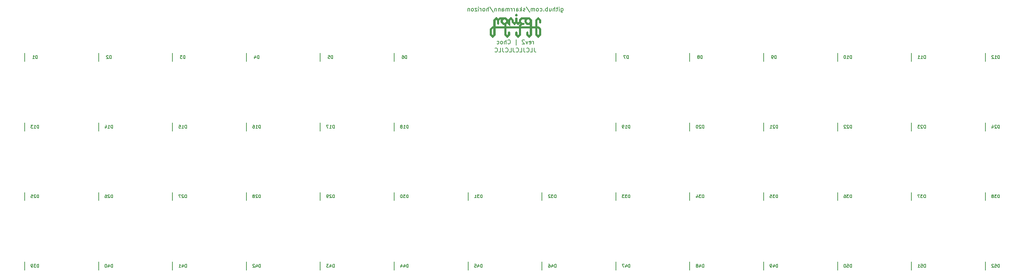
<source format=gbo>
G04 #@! TF.GenerationSoftware,KiCad,Pcbnew,(5.1.4)-1*
G04 #@! TF.CreationDate,2021-09-24T23:07:36-04:00*
G04 #@! TF.ProjectId,horizon-choc,686f7269-7a6f-46e2-9d63-686f632e6b69,rev?*
G04 #@! TF.SameCoordinates,Original*
G04 #@! TF.FileFunction,Legend,Bot*
G04 #@! TF.FilePolarity,Positive*
%FSLAX46Y46*%
G04 Gerber Fmt 4.6, Leading zero omitted, Abs format (unit mm)*
G04 Created by KiCad (PCBNEW (5.1.4)-1) date 2021-09-24 23:07:36*
%MOMM*%
%LPD*%
G04 APERTURE LIST*
%ADD10C,0.150000*%
%ADD11C,0.010000*%
%ADD12C,1.802000*%
%ADD13C,2.102000*%
%ADD14C,3.502000*%
%ADD15R,1.002000X1.302000*%
%ADD16C,0.802000*%
%ADD17C,4.502000*%
%ADD18C,1.902000*%
G04 APERTURE END LIST*
D10*
X206428571Y-104952380D02*
X206428571Y-104285714D01*
X206428571Y-104476190D02*
X206380952Y-104380952D01*
X206333333Y-104333333D01*
X206238095Y-104285714D01*
X206142857Y-104285714D01*
X205428571Y-104904761D02*
X205523809Y-104952380D01*
X205714285Y-104952380D01*
X205809523Y-104904761D01*
X205857142Y-104809523D01*
X205857142Y-104428571D01*
X205809523Y-104333333D01*
X205714285Y-104285714D01*
X205523809Y-104285714D01*
X205428571Y-104333333D01*
X205380952Y-104428571D01*
X205380952Y-104523809D01*
X205857142Y-104619047D01*
X205047619Y-104285714D02*
X204809523Y-104952380D01*
X204571428Y-104285714D01*
X204238095Y-104047619D02*
X204190476Y-104000000D01*
X204095238Y-103952380D01*
X203857142Y-103952380D01*
X203761904Y-104000000D01*
X203714285Y-104047619D01*
X203666666Y-104142857D01*
X203666666Y-104238095D01*
X203714285Y-104380952D01*
X204285714Y-104952380D01*
X203666666Y-104952380D01*
X202238095Y-105285714D02*
X202238095Y-103857142D01*
X200190476Y-104857142D02*
X200238095Y-104904761D01*
X200380952Y-104952380D01*
X200476190Y-104952380D01*
X200619047Y-104904761D01*
X200714285Y-104809523D01*
X200761904Y-104714285D01*
X200809523Y-104523809D01*
X200809523Y-104380952D01*
X200761904Y-104190476D01*
X200714285Y-104095238D01*
X200619047Y-104000000D01*
X200476190Y-103952380D01*
X200380952Y-103952380D01*
X200238095Y-104000000D01*
X200190476Y-104047619D01*
X199761904Y-104952380D02*
X199761904Y-103952380D01*
X199333333Y-104952380D02*
X199333333Y-104428571D01*
X199380952Y-104333333D01*
X199476190Y-104285714D01*
X199619047Y-104285714D01*
X199714285Y-104333333D01*
X199761904Y-104380952D01*
X198714285Y-104952380D02*
X198809523Y-104904761D01*
X198857142Y-104857142D01*
X198904761Y-104761904D01*
X198904761Y-104476190D01*
X198857142Y-104380952D01*
X198809523Y-104333333D01*
X198714285Y-104285714D01*
X198571428Y-104285714D01*
X198476190Y-104333333D01*
X198428571Y-104380952D01*
X198380952Y-104476190D01*
X198380952Y-104761904D01*
X198428571Y-104857142D01*
X198476190Y-104904761D01*
X198571428Y-104952380D01*
X198714285Y-104952380D01*
X197523809Y-104904761D02*
X197619047Y-104952380D01*
X197809523Y-104952380D01*
X197904761Y-104904761D01*
X197952380Y-104857142D01*
X198000000Y-104761904D01*
X198000000Y-104476190D01*
X197952380Y-104380952D01*
X197904761Y-104333333D01*
X197809523Y-104285714D01*
X197619047Y-104285714D01*
X197523809Y-104333333D01*
X206619047Y-105952380D02*
X206619047Y-106666666D01*
X206666666Y-106809523D01*
X206761904Y-106904761D01*
X206904761Y-106952380D01*
X207000000Y-106952380D01*
X205666666Y-106952380D02*
X206142857Y-106952380D01*
X206142857Y-105952380D01*
X204761904Y-106857142D02*
X204809523Y-106904761D01*
X204952380Y-106952380D01*
X205047619Y-106952380D01*
X205190476Y-106904761D01*
X205285714Y-106809523D01*
X205333333Y-106714285D01*
X205380952Y-106523809D01*
X205380952Y-106380952D01*
X205333333Y-106190476D01*
X205285714Y-106095238D01*
X205190476Y-106000000D01*
X205047619Y-105952380D01*
X204952380Y-105952380D01*
X204809523Y-106000000D01*
X204761904Y-106047619D01*
X204047619Y-105952380D02*
X204047619Y-106666666D01*
X204095238Y-106809523D01*
X204190476Y-106904761D01*
X204333333Y-106952380D01*
X204428571Y-106952380D01*
X203095238Y-106952380D02*
X203571428Y-106952380D01*
X203571428Y-105952380D01*
X202190476Y-106857142D02*
X202238095Y-106904761D01*
X202380952Y-106952380D01*
X202476190Y-106952380D01*
X202619047Y-106904761D01*
X202714285Y-106809523D01*
X202761904Y-106714285D01*
X202809523Y-106523809D01*
X202809523Y-106380952D01*
X202761904Y-106190476D01*
X202714285Y-106095238D01*
X202619047Y-106000000D01*
X202476190Y-105952380D01*
X202380952Y-105952380D01*
X202238095Y-106000000D01*
X202190476Y-106047619D01*
X201476190Y-105952380D02*
X201476190Y-106666666D01*
X201523809Y-106809523D01*
X201619047Y-106904761D01*
X201761904Y-106952380D01*
X201857142Y-106952380D01*
X200523809Y-106952380D02*
X201000000Y-106952380D01*
X201000000Y-105952380D01*
X199619047Y-106857142D02*
X199666666Y-106904761D01*
X199809523Y-106952380D01*
X199904761Y-106952380D01*
X200047619Y-106904761D01*
X200142857Y-106809523D01*
X200190476Y-106714285D01*
X200238095Y-106523809D01*
X200238095Y-106380952D01*
X200190476Y-106190476D01*
X200142857Y-106095238D01*
X200047619Y-106000000D01*
X199904761Y-105952380D01*
X199809523Y-105952380D01*
X199666666Y-106000000D01*
X199619047Y-106047619D01*
X198904761Y-105952380D02*
X198904761Y-106666666D01*
X198952380Y-106809523D01*
X199047619Y-106904761D01*
X199190476Y-106952380D01*
X199285714Y-106952380D01*
X197952380Y-106952380D02*
X198428571Y-106952380D01*
X198428571Y-105952380D01*
X197047619Y-106857142D02*
X197095238Y-106904761D01*
X197238095Y-106952380D01*
X197333333Y-106952380D01*
X197476190Y-106904761D01*
X197571428Y-106809523D01*
X197619047Y-106714285D01*
X197666666Y-106523809D01*
X197666666Y-106380952D01*
X197619047Y-106190476D01*
X197571428Y-106095238D01*
X197476190Y-106000000D01*
X197333333Y-105952380D01*
X197238095Y-105952380D01*
X197095238Y-106000000D01*
X197047619Y-106047619D01*
X213166666Y-96285714D02*
X213166666Y-97095238D01*
X213214285Y-97190476D01*
X213261904Y-97238095D01*
X213357142Y-97285714D01*
X213500000Y-97285714D01*
X213595238Y-97238095D01*
X213166666Y-96904761D02*
X213261904Y-96952380D01*
X213452380Y-96952380D01*
X213547619Y-96904761D01*
X213595238Y-96857142D01*
X213642857Y-96761904D01*
X213642857Y-96476190D01*
X213595238Y-96380952D01*
X213547619Y-96333333D01*
X213452380Y-96285714D01*
X213261904Y-96285714D01*
X213166666Y-96333333D01*
X212690476Y-96952380D02*
X212690476Y-96285714D01*
X212690476Y-95952380D02*
X212738095Y-96000000D01*
X212690476Y-96047619D01*
X212642857Y-96000000D01*
X212690476Y-95952380D01*
X212690476Y-96047619D01*
X212357142Y-96285714D02*
X211976190Y-96285714D01*
X212214285Y-95952380D02*
X212214285Y-96809523D01*
X212166666Y-96904761D01*
X212071428Y-96952380D01*
X211976190Y-96952380D01*
X211642857Y-96952380D02*
X211642857Y-95952380D01*
X211214285Y-96952380D02*
X211214285Y-96428571D01*
X211261904Y-96333333D01*
X211357142Y-96285714D01*
X211500000Y-96285714D01*
X211595238Y-96333333D01*
X211642857Y-96380952D01*
X210309523Y-96285714D02*
X210309523Y-96952380D01*
X210738095Y-96285714D02*
X210738095Y-96809523D01*
X210690476Y-96904761D01*
X210595238Y-96952380D01*
X210452380Y-96952380D01*
X210357142Y-96904761D01*
X210309523Y-96857142D01*
X209833333Y-96952380D02*
X209833333Y-95952380D01*
X209833333Y-96333333D02*
X209738095Y-96285714D01*
X209547619Y-96285714D01*
X209452380Y-96333333D01*
X209404761Y-96380952D01*
X209357142Y-96476190D01*
X209357142Y-96761904D01*
X209404761Y-96857142D01*
X209452380Y-96904761D01*
X209547619Y-96952380D01*
X209738095Y-96952380D01*
X209833333Y-96904761D01*
X208928571Y-96857142D02*
X208880952Y-96904761D01*
X208928571Y-96952380D01*
X208976190Y-96904761D01*
X208928571Y-96857142D01*
X208928571Y-96952380D01*
X208023809Y-96904761D02*
X208119047Y-96952380D01*
X208309523Y-96952380D01*
X208404761Y-96904761D01*
X208452380Y-96857142D01*
X208500000Y-96761904D01*
X208500000Y-96476190D01*
X208452380Y-96380952D01*
X208404761Y-96333333D01*
X208309523Y-96285714D01*
X208119047Y-96285714D01*
X208023809Y-96333333D01*
X207452380Y-96952380D02*
X207547619Y-96904761D01*
X207595238Y-96857142D01*
X207642857Y-96761904D01*
X207642857Y-96476190D01*
X207595238Y-96380952D01*
X207547619Y-96333333D01*
X207452380Y-96285714D01*
X207309523Y-96285714D01*
X207214285Y-96333333D01*
X207166666Y-96380952D01*
X207119047Y-96476190D01*
X207119047Y-96761904D01*
X207166666Y-96857142D01*
X207214285Y-96904761D01*
X207309523Y-96952380D01*
X207452380Y-96952380D01*
X206690476Y-96952380D02*
X206690476Y-96285714D01*
X206690476Y-96380952D02*
X206642857Y-96333333D01*
X206547619Y-96285714D01*
X206404761Y-96285714D01*
X206309523Y-96333333D01*
X206261904Y-96428571D01*
X206261904Y-96952380D01*
X206261904Y-96428571D02*
X206214285Y-96333333D01*
X206119047Y-96285714D01*
X205976190Y-96285714D01*
X205880952Y-96333333D01*
X205833333Y-96428571D01*
X205833333Y-96952380D01*
X204642857Y-95904761D02*
X205500000Y-97190476D01*
X204357142Y-96904761D02*
X204261904Y-96952380D01*
X204071428Y-96952380D01*
X203976190Y-96904761D01*
X203928571Y-96809523D01*
X203928571Y-96761904D01*
X203976190Y-96666666D01*
X204071428Y-96619047D01*
X204214285Y-96619047D01*
X204309523Y-96571428D01*
X204357142Y-96476190D01*
X204357142Y-96428571D01*
X204309523Y-96333333D01*
X204214285Y-96285714D01*
X204071428Y-96285714D01*
X203976190Y-96333333D01*
X203500000Y-96952380D02*
X203500000Y-95952380D01*
X203404761Y-96571428D02*
X203119047Y-96952380D01*
X203119047Y-96285714D02*
X203500000Y-96666666D01*
X202261904Y-96952380D02*
X202261904Y-96428571D01*
X202309523Y-96333333D01*
X202404761Y-96285714D01*
X202595238Y-96285714D01*
X202690476Y-96333333D01*
X202261904Y-96904761D02*
X202357142Y-96952380D01*
X202595238Y-96952380D01*
X202690476Y-96904761D01*
X202738095Y-96809523D01*
X202738095Y-96714285D01*
X202690476Y-96619047D01*
X202595238Y-96571428D01*
X202357142Y-96571428D01*
X202261904Y-96523809D01*
X201785714Y-96952380D02*
X201785714Y-96285714D01*
X201785714Y-96476190D02*
X201738095Y-96380952D01*
X201690476Y-96333333D01*
X201595238Y-96285714D01*
X201500000Y-96285714D01*
X201166666Y-96952380D02*
X201166666Y-96285714D01*
X201166666Y-96476190D02*
X201119047Y-96380952D01*
X201071428Y-96333333D01*
X200976190Y-96285714D01*
X200880952Y-96285714D01*
X200547619Y-96952380D02*
X200547619Y-96285714D01*
X200547619Y-96380952D02*
X200500000Y-96333333D01*
X200404761Y-96285714D01*
X200261904Y-96285714D01*
X200166666Y-96333333D01*
X200119047Y-96428571D01*
X200119047Y-96952380D01*
X200119047Y-96428571D02*
X200071428Y-96333333D01*
X199976190Y-96285714D01*
X199833333Y-96285714D01*
X199738095Y-96333333D01*
X199690476Y-96428571D01*
X199690476Y-96952380D01*
X198785714Y-96952380D02*
X198785714Y-96428571D01*
X198833333Y-96333333D01*
X198928571Y-96285714D01*
X199119047Y-96285714D01*
X199214285Y-96333333D01*
X198785714Y-96904761D02*
X198880952Y-96952380D01*
X199119047Y-96952380D01*
X199214285Y-96904761D01*
X199261904Y-96809523D01*
X199261904Y-96714285D01*
X199214285Y-96619047D01*
X199119047Y-96571428D01*
X198880952Y-96571428D01*
X198785714Y-96523809D01*
X198309523Y-96285714D02*
X198309523Y-96952380D01*
X198309523Y-96380952D02*
X198261904Y-96333333D01*
X198166666Y-96285714D01*
X198023809Y-96285714D01*
X197928571Y-96333333D01*
X197880952Y-96428571D01*
X197880952Y-96952380D01*
X197404761Y-96285714D02*
X197404761Y-96952380D01*
X197404761Y-96380952D02*
X197357142Y-96333333D01*
X197261904Y-96285714D01*
X197119047Y-96285714D01*
X197023809Y-96333333D01*
X196976190Y-96428571D01*
X196976190Y-96952380D01*
X195785714Y-95904761D02*
X196642857Y-97190476D01*
X195452380Y-96952380D02*
X195452380Y-95952380D01*
X195023809Y-96952380D02*
X195023809Y-96428571D01*
X195071428Y-96333333D01*
X195166666Y-96285714D01*
X195309523Y-96285714D01*
X195404761Y-96333333D01*
X195452380Y-96380952D01*
X194404761Y-96952380D02*
X194500000Y-96904761D01*
X194547619Y-96857142D01*
X194595238Y-96761904D01*
X194595238Y-96476190D01*
X194547619Y-96380952D01*
X194500000Y-96333333D01*
X194404761Y-96285714D01*
X194261904Y-96285714D01*
X194166666Y-96333333D01*
X194119047Y-96380952D01*
X194071428Y-96476190D01*
X194071428Y-96761904D01*
X194119047Y-96857142D01*
X194166666Y-96904761D01*
X194261904Y-96952380D01*
X194404761Y-96952380D01*
X193642857Y-96952380D02*
X193642857Y-96285714D01*
X193642857Y-96476190D02*
X193595238Y-96380952D01*
X193547619Y-96333333D01*
X193452380Y-96285714D01*
X193357142Y-96285714D01*
X193023809Y-96952380D02*
X193023809Y-96285714D01*
X193023809Y-95952380D02*
X193071428Y-96000000D01*
X193023809Y-96047619D01*
X192976190Y-96000000D01*
X193023809Y-95952380D01*
X193023809Y-96047619D01*
X192642857Y-96285714D02*
X192119047Y-96285714D01*
X192642857Y-96952380D01*
X192119047Y-96952380D01*
X191595238Y-96952380D02*
X191690476Y-96904761D01*
X191738095Y-96857142D01*
X191785714Y-96761904D01*
X191785714Y-96476190D01*
X191738095Y-96380952D01*
X191690476Y-96333333D01*
X191595238Y-96285714D01*
X191452380Y-96285714D01*
X191357142Y-96333333D01*
X191309523Y-96380952D01*
X191261904Y-96476190D01*
X191261904Y-96761904D01*
X191309523Y-96857142D01*
X191357142Y-96904761D01*
X191452380Y-96952380D01*
X191595238Y-96952380D01*
X190833333Y-96285714D02*
X190833333Y-96952380D01*
X190833333Y-96380952D02*
X190785714Y-96333333D01*
X190690476Y-96285714D01*
X190547619Y-96285714D01*
X190452380Y-96333333D01*
X190404761Y-96428571D01*
X190404761Y-96952380D01*
D11*
G36*
X207222169Y-98695895D02*
G01*
X206888794Y-99029269D01*
X206888794Y-100676389D01*
X206000500Y-100676389D01*
X206000500Y-100102422D01*
X205555294Y-100102422D01*
X205555294Y-100676389D01*
X203333500Y-100676389D01*
X203333500Y-100546215D01*
X203490309Y-100389405D01*
X203647118Y-100232594D01*
X203823503Y-100232595D01*
X203999887Y-100232595D01*
X204111195Y-100121295D01*
X204222502Y-100009996D01*
X204222501Y-100009994D01*
X203241071Y-100009994D01*
X203065036Y-100186028D01*
X202889000Y-100362063D01*
X202889000Y-100676389D01*
X199778206Y-100676389D01*
X199778206Y-100232595D01*
X199333000Y-100232595D01*
X199333000Y-100676389D01*
X197111206Y-100676389D01*
X197111206Y-99212712D01*
X197193579Y-99130515D01*
X197203118Y-99120997D01*
X197212714Y-99111424D01*
X197222290Y-99101872D01*
X197231764Y-99092423D01*
X197241059Y-99083154D01*
X197250096Y-99074144D01*
X197258793Y-99065473D01*
X197267074Y-99057220D01*
X197274857Y-99049463D01*
X197282065Y-99042282D01*
X197288617Y-99035756D01*
X197294435Y-99029963D01*
X197299439Y-99024983D01*
X197303550Y-99020894D01*
X197304705Y-99019745D01*
X197333458Y-98991174D01*
X197555706Y-99213418D01*
X197555706Y-100009993D01*
X197666831Y-100121117D01*
X197777956Y-100232240D01*
X197889081Y-100121117D01*
X198000206Y-100009993D01*
X198000206Y-99212715D01*
X198313824Y-98899095D01*
X198443998Y-98899094D01*
X198574172Y-98899094D01*
X198444000Y-99029272D01*
X198444000Y-99657213D01*
X199019380Y-100232595D01*
X199333000Y-100232595D01*
X199778206Y-100232595D01*
X199778206Y-100101716D01*
X200000102Y-99879816D01*
X200333301Y-100213015D01*
X200666500Y-100546213D01*
X200666500Y-99213418D01*
X200667205Y-99212713D01*
X199777500Y-99212713D01*
X199777500Y-99473768D01*
X199620691Y-99630579D01*
X199463882Y-99787389D01*
X199202826Y-99787389D01*
X198889206Y-99473771D01*
X198889206Y-99212715D01*
X199046015Y-99055905D01*
X199202824Y-98899094D01*
X199333352Y-98899095D01*
X199463879Y-98899095D01*
X199620690Y-99055904D01*
X199777500Y-99212713D01*
X200667205Y-99212713D01*
X200777625Y-99102294D01*
X200888750Y-98991171D01*
X200999875Y-99102295D01*
X201111000Y-99213418D01*
X201111000Y-99657215D01*
X201444346Y-99990560D01*
X201462545Y-100008758D01*
X201480497Y-100026707D01*
X201498177Y-100044382D01*
X201515559Y-100061757D01*
X201532617Y-100078806D01*
X201549324Y-100095503D01*
X201565656Y-100111823D01*
X201581586Y-100127739D01*
X201597088Y-100143226D01*
X201612137Y-100158258D01*
X201626706Y-100172809D01*
X201640770Y-100186854D01*
X201654304Y-100200365D01*
X201667280Y-100213319D01*
X201679673Y-100225689D01*
X201691458Y-100237448D01*
X201702608Y-100248572D01*
X201713097Y-100259034D01*
X201722901Y-100268809D01*
X201731992Y-100277871D01*
X201740345Y-100286193D01*
X201747934Y-100293751D01*
X201754733Y-100300518D01*
X201760717Y-100306469D01*
X201765859Y-100311577D01*
X201770134Y-100315818D01*
X201773516Y-100319164D01*
X201775978Y-100321591D01*
X201777496Y-100323072D01*
X201778042Y-100323582D01*
X201778044Y-100323582D01*
X201778561Y-100323066D01*
X201780045Y-100321585D01*
X201782462Y-100319169D01*
X201785783Y-100315851D01*
X201789974Y-100311662D01*
X201795005Y-100306634D01*
X201800842Y-100300799D01*
X201807456Y-100294188D01*
X201814813Y-100286834D01*
X201822882Y-100278767D01*
X201831632Y-100270020D01*
X201841030Y-100260625D01*
X201851046Y-100250612D01*
X201861646Y-100240015D01*
X201872799Y-100228864D01*
X201884475Y-100217192D01*
X201896640Y-100205029D01*
X201909263Y-100192409D01*
X201922312Y-100179362D01*
X201935756Y-100165921D01*
X201949563Y-100152117D01*
X201963701Y-100137981D01*
X201978138Y-100123547D01*
X201992843Y-100108844D01*
X202000149Y-100101540D01*
X202221902Y-99879821D01*
X202666396Y-100324317D01*
X202888648Y-100102066D01*
X203110899Y-99879816D01*
X203241071Y-100009994D01*
X204222501Y-100009994D01*
X204111201Y-99898692D01*
X203999899Y-99787389D01*
X203647121Y-99787389D01*
X203490310Y-99630580D01*
X203333500Y-99473771D01*
X203333500Y-99212599D01*
X203490437Y-99055847D01*
X203647374Y-98899094D01*
X204351959Y-98899094D01*
X204286877Y-98964191D01*
X204221794Y-99029287D01*
X204221794Y-99657213D01*
X204797174Y-100232595D01*
X205425117Y-100232595D01*
X205490206Y-100167508D01*
X205555294Y-100102422D01*
X206000500Y-100102422D01*
X206000500Y-99212713D01*
X205555294Y-99212713D01*
X205555294Y-99473768D01*
X205398485Y-99630579D01*
X205241676Y-99787389D01*
X204980621Y-99787389D01*
X204823810Y-99630580D01*
X204667000Y-99473771D01*
X204667000Y-99212715D01*
X204823809Y-99055905D01*
X204980618Y-98899094D01*
X205111146Y-98899095D01*
X205241674Y-98899095D01*
X205555294Y-99212713D01*
X206000500Y-99212713D01*
X206000500Y-99029274D01*
X205713164Y-98741934D01*
X205425827Y-98454595D01*
X204444398Y-98454595D01*
X203462969Y-98454594D01*
X203175984Y-98741580D01*
X202889000Y-99028565D01*
X202889000Y-99473066D01*
X202777698Y-99584366D01*
X202666396Y-99695667D01*
X202555448Y-99584717D01*
X202444500Y-99473768D01*
X202444500Y-98676490D01*
X202333375Y-98565367D01*
X202222250Y-98454243D01*
X202111125Y-98565367D01*
X202000000Y-98676490D01*
X202000000Y-99473066D01*
X201777750Y-99695312D01*
X201555500Y-99473066D01*
X201555500Y-99029264D01*
X201222448Y-98696245D01*
X201204255Y-98678053D01*
X201186308Y-98660108D01*
X201168634Y-98642436D01*
X201151258Y-98625062D01*
X201134206Y-98608013D01*
X201117505Y-98591314D01*
X201101180Y-98574991D01*
X201085257Y-98559070D01*
X201069761Y-98543576D01*
X201054720Y-98528537D01*
X201040158Y-98513977D01*
X201026101Y-98499923D01*
X201012576Y-98486400D01*
X200999609Y-98473435D01*
X200987224Y-98461052D01*
X200975449Y-98449279D01*
X200964308Y-98438141D01*
X200953828Y-98427663D01*
X200944036Y-98417873D01*
X200934955Y-98408795D01*
X200926614Y-98400455D01*
X200919036Y-98392880D01*
X200912249Y-98386095D01*
X200906279Y-98380126D01*
X200901150Y-98374999D01*
X200896889Y-98370741D01*
X200893522Y-98367376D01*
X200891075Y-98364930D01*
X200889574Y-98363430D01*
X200889044Y-98362902D01*
X200888530Y-98363379D01*
X200887044Y-98364828D01*
X200884613Y-98367223D01*
X200881262Y-98370540D01*
X200877016Y-98374750D01*
X200871903Y-98379830D01*
X200865947Y-98385753D01*
X200859174Y-98392493D01*
X200851611Y-98400025D01*
X200843283Y-98408322D01*
X200834217Y-98417359D01*
X200824437Y-98427110D01*
X200813971Y-98437549D01*
X200802843Y-98448651D01*
X200791080Y-98460389D01*
X200778707Y-98472737D01*
X200765751Y-98485671D01*
X200752237Y-98499164D01*
X200738192Y-98513190D01*
X200723640Y-98527723D01*
X200708608Y-98542738D01*
X200693122Y-98558208D01*
X200677208Y-98574109D01*
X200660891Y-98590414D01*
X200644198Y-98607097D01*
X200627153Y-98624132D01*
X200609785Y-98641494D01*
X200592117Y-98659157D01*
X200574176Y-98677095D01*
X200555987Y-98695282D01*
X200555522Y-98695748D01*
X200222352Y-99028917D01*
X199935192Y-98741756D01*
X199648031Y-98454595D01*
X198888853Y-98454594D01*
X198129674Y-98454594D01*
X197953639Y-98630631D01*
X197777604Y-98806667D01*
X197555706Y-98584770D01*
X197540876Y-98569941D01*
X197526297Y-98555367D01*
X197511999Y-98541077D01*
X197498016Y-98527105D01*
X197484379Y-98513481D01*
X197471119Y-98500237D01*
X197458269Y-98487405D01*
X197445860Y-98475017D01*
X197433924Y-98463104D01*
X197422492Y-98451698D01*
X197411597Y-98440831D01*
X197401270Y-98430534D01*
X197391544Y-98420839D01*
X197382449Y-98411778D01*
X197374018Y-98403383D01*
X197366283Y-98395684D01*
X197359275Y-98388715D01*
X197353026Y-98382505D01*
X197347567Y-98377089D01*
X197342932Y-98372496D01*
X197339151Y-98368758D01*
X197336256Y-98365908D01*
X197334279Y-98363977D01*
X197333251Y-98362996D01*
X197333104Y-98362872D01*
X197332571Y-98363367D01*
X197331066Y-98364834D01*
X197328615Y-98367247D01*
X197325245Y-98370581D01*
X197320981Y-98374809D01*
X197315849Y-98379906D01*
X197309874Y-98385845D01*
X197303084Y-98392602D01*
X197295504Y-98400150D01*
X197287159Y-98408463D01*
X197278076Y-98417515D01*
X197268280Y-98427281D01*
X197257798Y-98437734D01*
X197246655Y-98448849D01*
X197234878Y-98460600D01*
X197222492Y-98472961D01*
X197209524Y-98485907D01*
X197195998Y-98499410D01*
X197181941Y-98513446D01*
X197167380Y-98527988D01*
X197152339Y-98543011D01*
X197136845Y-98558489D01*
X197120924Y-98574396D01*
X197104601Y-98590706D01*
X197087903Y-98607393D01*
X197070856Y-98624431D01*
X197053485Y-98641795D01*
X197035816Y-98659458D01*
X197017876Y-98677395D01*
X196999690Y-98695580D01*
X196999553Y-98695717D01*
X196666706Y-99028563D01*
X196666706Y-100676389D01*
X196352380Y-100676389D01*
X195777706Y-101251065D01*
X195777706Y-102768715D01*
X196444456Y-103435463D01*
X197111206Y-102768715D01*
X197111206Y-101120889D01*
X196666706Y-101120889D01*
X196666706Y-102584562D01*
X196555758Y-102695512D01*
X196545307Y-102705961D01*
X196535121Y-102716143D01*
X196525242Y-102726014D01*
X196515718Y-102735529D01*
X196506591Y-102744642D01*
X196497909Y-102753310D01*
X196489714Y-102761487D01*
X196482053Y-102769128D01*
X196474970Y-102776189D01*
X196468510Y-102782625D01*
X196462719Y-102788391D01*
X196457641Y-102793443D01*
X196453321Y-102797734D01*
X196449804Y-102801222D01*
X196447134Y-102803860D01*
X196445358Y-102805604D01*
X196444520Y-102806409D01*
X196444457Y-102806461D01*
X196443932Y-102805970D01*
X196442455Y-102804525D01*
X196440070Y-102802171D01*
X196436823Y-102798954D01*
X196432758Y-102794918D01*
X196427920Y-102790108D01*
X196422354Y-102784568D01*
X196416106Y-102778344D01*
X196409220Y-102771481D01*
X196401741Y-102764023D01*
X196393714Y-102756014D01*
X196385184Y-102747501D01*
X196376197Y-102738527D01*
X196366796Y-102729137D01*
X196357027Y-102719377D01*
X196346935Y-102709290D01*
X196336565Y-102698923D01*
X196333155Y-102695513D01*
X196222206Y-102584566D01*
X196222206Y-101435215D01*
X196379368Y-101278052D01*
X196536529Y-101120889D01*
X196666706Y-101120889D01*
X197111206Y-101120889D01*
X199333000Y-101120889D01*
X199333000Y-102768009D01*
X199666552Y-103101560D01*
X200000103Y-103435111D01*
X200333302Y-103101912D01*
X200666500Y-102768713D01*
X200666500Y-102121012D01*
X200444250Y-101898766D01*
X200222000Y-102121012D01*
X200222000Y-102584566D01*
X200111051Y-102695513D01*
X200000101Y-102806461D01*
X199889153Y-102695512D01*
X199778206Y-102584562D01*
X199778206Y-101120889D01*
X202889000Y-101120889D01*
X202889037Y-101852726D01*
X202889073Y-102584564D01*
X202777750Y-102695527D01*
X202666428Y-102806490D01*
X202444500Y-102584566D01*
X202444500Y-102121012D01*
X202222250Y-101898766D01*
X202000000Y-102121012D01*
X202000000Y-102768715D01*
X202666750Y-103435463D01*
X203333500Y-102768715D01*
X203333500Y-101120889D01*
X205555294Y-101120889D01*
X205555294Y-102584566D01*
X205444345Y-102695513D01*
X205333396Y-102806461D01*
X205222448Y-102695512D01*
X205111500Y-102584562D01*
X205111500Y-102121016D01*
X205000552Y-102010066D01*
X204990099Y-101999615D01*
X204979905Y-101989431D01*
X204970018Y-101979559D01*
X204960482Y-101970043D01*
X204951341Y-101960928D01*
X204942642Y-101952259D01*
X204934429Y-101944081D01*
X204926747Y-101936439D01*
X204919642Y-101929378D01*
X204913158Y-101922942D01*
X204907342Y-101917176D01*
X204902237Y-101912125D01*
X204897889Y-101907834D01*
X204894343Y-101904349D01*
X204891645Y-101901712D01*
X204889839Y-101899970D01*
X204888970Y-101899168D01*
X204888897Y-101899117D01*
X204888339Y-101899609D01*
X204886829Y-101901054D01*
X204884411Y-101903408D01*
X204881132Y-101906627D01*
X204877037Y-101910664D01*
X204872170Y-101915476D01*
X204866576Y-101921017D01*
X204860302Y-101927243D01*
X204853391Y-101934109D01*
X204845890Y-101941570D01*
X204837842Y-101949581D01*
X204829294Y-101958097D01*
X204820290Y-101967074D01*
X204810875Y-101976466D01*
X204801096Y-101986229D01*
X204790996Y-101996318D01*
X204780621Y-102006688D01*
X204777242Y-102010066D01*
X204666294Y-102121016D01*
X204666294Y-102768009D01*
X205333398Y-103435111D01*
X205666949Y-103101559D01*
X206000500Y-102768008D01*
X206000500Y-101120889D01*
X206888794Y-101120889D01*
X206888794Y-102768715D01*
X207221993Y-103101913D01*
X207240189Y-103120108D01*
X207258139Y-103138056D01*
X207275816Y-103155730D01*
X207293194Y-103173105D01*
X207310248Y-103190155D01*
X207326953Y-103206854D01*
X207343281Y-103223176D01*
X207359207Y-103239095D01*
X207374706Y-103254586D01*
X207389751Y-103269622D01*
X207404317Y-103284178D01*
X207418377Y-103298228D01*
X207431906Y-103311746D01*
X207444878Y-103324706D01*
X207457267Y-103337083D01*
X207469047Y-103348849D01*
X207480192Y-103359981D01*
X207490677Y-103370451D01*
X207500475Y-103380235D01*
X207509561Y-103389305D01*
X207517908Y-103397637D01*
X207525492Y-103405203D01*
X207532285Y-103411980D01*
X207538262Y-103417940D01*
X207543398Y-103423058D01*
X207547666Y-103427308D01*
X207551041Y-103430664D01*
X207553496Y-103433101D01*
X207555006Y-103434591D01*
X207555544Y-103435111D01*
X207555545Y-103435111D01*
X207556059Y-103434617D01*
X207557545Y-103433150D01*
X207559976Y-103430737D01*
X207563328Y-103427404D01*
X207567574Y-103423176D01*
X207572688Y-103418079D01*
X207578645Y-103412140D01*
X207585418Y-103405383D01*
X207592982Y-103397836D01*
X207601310Y-103389523D01*
X207610378Y-103380471D01*
X207620158Y-103370706D01*
X207630626Y-103360252D01*
X207641755Y-103349137D01*
X207653519Y-103337386D01*
X207665893Y-103325024D01*
X207678851Y-103312078D01*
X207692366Y-103298574D01*
X207706413Y-103284537D01*
X207720967Y-103269994D01*
X207736000Y-103254969D01*
X207751488Y-103239489D01*
X207767404Y-103223581D01*
X207783722Y-103207268D01*
X207800417Y-103190579D01*
X207817463Y-103173537D01*
X207834834Y-103156170D01*
X207852503Y-103138503D01*
X207870446Y-103120562D01*
X207889096Y-103101912D01*
X208222294Y-102768713D01*
X208222294Y-101435213D01*
X207777795Y-101435213D01*
X207777794Y-102009888D01*
X207777794Y-102584562D01*
X207666847Y-102695512D01*
X207656396Y-102705961D01*
X207646210Y-102716143D01*
X207636331Y-102726014D01*
X207626807Y-102735529D01*
X207617680Y-102744642D01*
X207608997Y-102753310D01*
X207600803Y-102761487D01*
X207593142Y-102769128D01*
X207586059Y-102776189D01*
X207579599Y-102782625D01*
X207573808Y-102788391D01*
X207568730Y-102793443D01*
X207564410Y-102797734D01*
X207560892Y-102801222D01*
X207558223Y-102803860D01*
X207556447Y-102805604D01*
X207555609Y-102806409D01*
X207555546Y-102806461D01*
X207555021Y-102805970D01*
X207553544Y-102804525D01*
X207551159Y-102802171D01*
X207547912Y-102798954D01*
X207543847Y-102794918D01*
X207539009Y-102790108D01*
X207533443Y-102784568D01*
X207527195Y-102778344D01*
X207520309Y-102771481D01*
X207512830Y-102764023D01*
X207504803Y-102756014D01*
X207496273Y-102747501D01*
X207487286Y-102738527D01*
X207477885Y-102729137D01*
X207468116Y-102719377D01*
X207458024Y-102709290D01*
X207447654Y-102698923D01*
X207444244Y-102695513D01*
X207333294Y-102584566D01*
X207333294Y-101120889D01*
X207463468Y-101120889D01*
X207620631Y-101278051D01*
X207777795Y-101435213D01*
X208222294Y-101435213D01*
X208222294Y-101251063D01*
X207934957Y-100963726D01*
X207647619Y-100676389D01*
X207333294Y-100676389D01*
X207333294Y-99213418D01*
X207444419Y-99102295D01*
X207555544Y-98991171D01*
X207666669Y-99102294D01*
X207777794Y-99213418D01*
X207777794Y-99676971D01*
X207888919Y-99788095D01*
X208000044Y-99899218D01*
X208111169Y-99788095D01*
X208222294Y-99676971D01*
X208222294Y-99029269D01*
X207888919Y-98695895D01*
X207555545Y-98362520D01*
X207222169Y-98695895D01*
X207222169Y-98695895D01*
G37*
X207222169Y-98695895D02*
X206888794Y-99029269D01*
X206888794Y-100676389D01*
X206000500Y-100676389D01*
X206000500Y-100102422D01*
X205555294Y-100102422D01*
X205555294Y-100676389D01*
X203333500Y-100676389D01*
X203333500Y-100546215D01*
X203490309Y-100389405D01*
X203647118Y-100232594D01*
X203823503Y-100232595D01*
X203999887Y-100232595D01*
X204111195Y-100121295D01*
X204222502Y-100009996D01*
X204222501Y-100009994D01*
X203241071Y-100009994D01*
X203065036Y-100186028D01*
X202889000Y-100362063D01*
X202889000Y-100676389D01*
X199778206Y-100676389D01*
X199778206Y-100232595D01*
X199333000Y-100232595D01*
X199333000Y-100676389D01*
X197111206Y-100676389D01*
X197111206Y-99212712D01*
X197193579Y-99130515D01*
X197203118Y-99120997D01*
X197212714Y-99111424D01*
X197222290Y-99101872D01*
X197231764Y-99092423D01*
X197241059Y-99083154D01*
X197250096Y-99074144D01*
X197258793Y-99065473D01*
X197267074Y-99057220D01*
X197274857Y-99049463D01*
X197282065Y-99042282D01*
X197288617Y-99035756D01*
X197294435Y-99029963D01*
X197299439Y-99024983D01*
X197303550Y-99020894D01*
X197304705Y-99019745D01*
X197333458Y-98991174D01*
X197555706Y-99213418D01*
X197555706Y-100009993D01*
X197666831Y-100121117D01*
X197777956Y-100232240D01*
X197889081Y-100121117D01*
X198000206Y-100009993D01*
X198000206Y-99212715D01*
X198313824Y-98899095D01*
X198443998Y-98899094D01*
X198574172Y-98899094D01*
X198444000Y-99029272D01*
X198444000Y-99657213D01*
X199019380Y-100232595D01*
X199333000Y-100232595D01*
X199778206Y-100232595D01*
X199778206Y-100101716D01*
X200000102Y-99879816D01*
X200333301Y-100213015D01*
X200666500Y-100546213D01*
X200666500Y-99213418D01*
X200667205Y-99212713D01*
X199777500Y-99212713D01*
X199777500Y-99473768D01*
X199620691Y-99630579D01*
X199463882Y-99787389D01*
X199202826Y-99787389D01*
X198889206Y-99473771D01*
X198889206Y-99212715D01*
X199046015Y-99055905D01*
X199202824Y-98899094D01*
X199333352Y-98899095D01*
X199463879Y-98899095D01*
X199620690Y-99055904D01*
X199777500Y-99212713D01*
X200667205Y-99212713D01*
X200777625Y-99102294D01*
X200888750Y-98991171D01*
X200999875Y-99102295D01*
X201111000Y-99213418D01*
X201111000Y-99657215D01*
X201444346Y-99990560D01*
X201462545Y-100008758D01*
X201480497Y-100026707D01*
X201498177Y-100044382D01*
X201515559Y-100061757D01*
X201532617Y-100078806D01*
X201549324Y-100095503D01*
X201565656Y-100111823D01*
X201581586Y-100127739D01*
X201597088Y-100143226D01*
X201612137Y-100158258D01*
X201626706Y-100172809D01*
X201640770Y-100186854D01*
X201654304Y-100200365D01*
X201667280Y-100213319D01*
X201679673Y-100225689D01*
X201691458Y-100237448D01*
X201702608Y-100248572D01*
X201713097Y-100259034D01*
X201722901Y-100268809D01*
X201731992Y-100277871D01*
X201740345Y-100286193D01*
X201747934Y-100293751D01*
X201754733Y-100300518D01*
X201760717Y-100306469D01*
X201765859Y-100311577D01*
X201770134Y-100315818D01*
X201773516Y-100319164D01*
X201775978Y-100321591D01*
X201777496Y-100323072D01*
X201778042Y-100323582D01*
X201778044Y-100323582D01*
X201778561Y-100323066D01*
X201780045Y-100321585D01*
X201782462Y-100319169D01*
X201785783Y-100315851D01*
X201789974Y-100311662D01*
X201795005Y-100306634D01*
X201800842Y-100300799D01*
X201807456Y-100294188D01*
X201814813Y-100286834D01*
X201822882Y-100278767D01*
X201831632Y-100270020D01*
X201841030Y-100260625D01*
X201851046Y-100250612D01*
X201861646Y-100240015D01*
X201872799Y-100228864D01*
X201884475Y-100217192D01*
X201896640Y-100205029D01*
X201909263Y-100192409D01*
X201922312Y-100179362D01*
X201935756Y-100165921D01*
X201949563Y-100152117D01*
X201963701Y-100137981D01*
X201978138Y-100123547D01*
X201992843Y-100108844D01*
X202000149Y-100101540D01*
X202221902Y-99879821D01*
X202666396Y-100324317D01*
X202888648Y-100102066D01*
X203110899Y-99879816D01*
X203241071Y-100009994D01*
X204222501Y-100009994D01*
X204111201Y-99898692D01*
X203999899Y-99787389D01*
X203647121Y-99787389D01*
X203490310Y-99630580D01*
X203333500Y-99473771D01*
X203333500Y-99212599D01*
X203490437Y-99055847D01*
X203647374Y-98899094D01*
X204351959Y-98899094D01*
X204286877Y-98964191D01*
X204221794Y-99029287D01*
X204221794Y-99657213D01*
X204797174Y-100232595D01*
X205425117Y-100232595D01*
X205490206Y-100167508D01*
X205555294Y-100102422D01*
X206000500Y-100102422D01*
X206000500Y-99212713D01*
X205555294Y-99212713D01*
X205555294Y-99473768D01*
X205398485Y-99630579D01*
X205241676Y-99787389D01*
X204980621Y-99787389D01*
X204823810Y-99630580D01*
X204667000Y-99473771D01*
X204667000Y-99212715D01*
X204823809Y-99055905D01*
X204980618Y-98899094D01*
X205111146Y-98899095D01*
X205241674Y-98899095D01*
X205555294Y-99212713D01*
X206000500Y-99212713D01*
X206000500Y-99029274D01*
X205713164Y-98741934D01*
X205425827Y-98454595D01*
X204444398Y-98454595D01*
X203462969Y-98454594D01*
X203175984Y-98741580D01*
X202889000Y-99028565D01*
X202889000Y-99473066D01*
X202777698Y-99584366D01*
X202666396Y-99695667D01*
X202555448Y-99584717D01*
X202444500Y-99473768D01*
X202444500Y-98676490D01*
X202333375Y-98565367D01*
X202222250Y-98454243D01*
X202111125Y-98565367D01*
X202000000Y-98676490D01*
X202000000Y-99473066D01*
X201777750Y-99695312D01*
X201555500Y-99473066D01*
X201555500Y-99029264D01*
X201222448Y-98696245D01*
X201204255Y-98678053D01*
X201186308Y-98660108D01*
X201168634Y-98642436D01*
X201151258Y-98625062D01*
X201134206Y-98608013D01*
X201117505Y-98591314D01*
X201101180Y-98574991D01*
X201085257Y-98559070D01*
X201069761Y-98543576D01*
X201054720Y-98528537D01*
X201040158Y-98513977D01*
X201026101Y-98499923D01*
X201012576Y-98486400D01*
X200999609Y-98473435D01*
X200987224Y-98461052D01*
X200975449Y-98449279D01*
X200964308Y-98438141D01*
X200953828Y-98427663D01*
X200944036Y-98417873D01*
X200934955Y-98408795D01*
X200926614Y-98400455D01*
X200919036Y-98392880D01*
X200912249Y-98386095D01*
X200906279Y-98380126D01*
X200901150Y-98374999D01*
X200896889Y-98370741D01*
X200893522Y-98367376D01*
X200891075Y-98364930D01*
X200889574Y-98363430D01*
X200889044Y-98362902D01*
X200888530Y-98363379D01*
X200887044Y-98364828D01*
X200884613Y-98367223D01*
X200881262Y-98370540D01*
X200877016Y-98374750D01*
X200871903Y-98379830D01*
X200865947Y-98385753D01*
X200859174Y-98392493D01*
X200851611Y-98400025D01*
X200843283Y-98408322D01*
X200834217Y-98417359D01*
X200824437Y-98427110D01*
X200813971Y-98437549D01*
X200802843Y-98448651D01*
X200791080Y-98460389D01*
X200778707Y-98472737D01*
X200765751Y-98485671D01*
X200752237Y-98499164D01*
X200738192Y-98513190D01*
X200723640Y-98527723D01*
X200708608Y-98542738D01*
X200693122Y-98558208D01*
X200677208Y-98574109D01*
X200660891Y-98590414D01*
X200644198Y-98607097D01*
X200627153Y-98624132D01*
X200609785Y-98641494D01*
X200592117Y-98659157D01*
X200574176Y-98677095D01*
X200555987Y-98695282D01*
X200555522Y-98695748D01*
X200222352Y-99028917D01*
X199935192Y-98741756D01*
X199648031Y-98454595D01*
X198888853Y-98454594D01*
X198129674Y-98454594D01*
X197953639Y-98630631D01*
X197777604Y-98806667D01*
X197555706Y-98584770D01*
X197540876Y-98569941D01*
X197526297Y-98555367D01*
X197511999Y-98541077D01*
X197498016Y-98527105D01*
X197484379Y-98513481D01*
X197471119Y-98500237D01*
X197458269Y-98487405D01*
X197445860Y-98475017D01*
X197433924Y-98463104D01*
X197422492Y-98451698D01*
X197411597Y-98440831D01*
X197401270Y-98430534D01*
X197391544Y-98420839D01*
X197382449Y-98411778D01*
X197374018Y-98403383D01*
X197366283Y-98395684D01*
X197359275Y-98388715D01*
X197353026Y-98382505D01*
X197347567Y-98377089D01*
X197342932Y-98372496D01*
X197339151Y-98368758D01*
X197336256Y-98365908D01*
X197334279Y-98363977D01*
X197333251Y-98362996D01*
X197333104Y-98362872D01*
X197332571Y-98363367D01*
X197331066Y-98364834D01*
X197328615Y-98367247D01*
X197325245Y-98370581D01*
X197320981Y-98374809D01*
X197315849Y-98379906D01*
X197309874Y-98385845D01*
X197303084Y-98392602D01*
X197295504Y-98400150D01*
X197287159Y-98408463D01*
X197278076Y-98417515D01*
X197268280Y-98427281D01*
X197257798Y-98437734D01*
X197246655Y-98448849D01*
X197234878Y-98460600D01*
X197222492Y-98472961D01*
X197209524Y-98485907D01*
X197195998Y-98499410D01*
X197181941Y-98513446D01*
X197167380Y-98527988D01*
X197152339Y-98543011D01*
X197136845Y-98558489D01*
X197120924Y-98574396D01*
X197104601Y-98590706D01*
X197087903Y-98607393D01*
X197070856Y-98624431D01*
X197053485Y-98641795D01*
X197035816Y-98659458D01*
X197017876Y-98677395D01*
X196999690Y-98695580D01*
X196999553Y-98695717D01*
X196666706Y-99028563D01*
X196666706Y-100676389D01*
X196352380Y-100676389D01*
X195777706Y-101251065D01*
X195777706Y-102768715D01*
X196444456Y-103435463D01*
X197111206Y-102768715D01*
X197111206Y-101120889D01*
X196666706Y-101120889D01*
X196666706Y-102584562D01*
X196555758Y-102695512D01*
X196545307Y-102705961D01*
X196535121Y-102716143D01*
X196525242Y-102726014D01*
X196515718Y-102735529D01*
X196506591Y-102744642D01*
X196497909Y-102753310D01*
X196489714Y-102761487D01*
X196482053Y-102769128D01*
X196474970Y-102776189D01*
X196468510Y-102782625D01*
X196462719Y-102788391D01*
X196457641Y-102793443D01*
X196453321Y-102797734D01*
X196449804Y-102801222D01*
X196447134Y-102803860D01*
X196445358Y-102805604D01*
X196444520Y-102806409D01*
X196444457Y-102806461D01*
X196443932Y-102805970D01*
X196442455Y-102804525D01*
X196440070Y-102802171D01*
X196436823Y-102798954D01*
X196432758Y-102794918D01*
X196427920Y-102790108D01*
X196422354Y-102784568D01*
X196416106Y-102778344D01*
X196409220Y-102771481D01*
X196401741Y-102764023D01*
X196393714Y-102756014D01*
X196385184Y-102747501D01*
X196376197Y-102738527D01*
X196366796Y-102729137D01*
X196357027Y-102719377D01*
X196346935Y-102709290D01*
X196336565Y-102698923D01*
X196333155Y-102695513D01*
X196222206Y-102584566D01*
X196222206Y-101435215D01*
X196379368Y-101278052D01*
X196536529Y-101120889D01*
X196666706Y-101120889D01*
X197111206Y-101120889D01*
X199333000Y-101120889D01*
X199333000Y-102768009D01*
X199666552Y-103101560D01*
X200000103Y-103435111D01*
X200333302Y-103101912D01*
X200666500Y-102768713D01*
X200666500Y-102121012D01*
X200444250Y-101898766D01*
X200222000Y-102121012D01*
X200222000Y-102584566D01*
X200111051Y-102695513D01*
X200000101Y-102806461D01*
X199889153Y-102695512D01*
X199778206Y-102584562D01*
X199778206Y-101120889D01*
X202889000Y-101120889D01*
X202889037Y-101852726D01*
X202889073Y-102584564D01*
X202777750Y-102695527D01*
X202666428Y-102806490D01*
X202444500Y-102584566D01*
X202444500Y-102121012D01*
X202222250Y-101898766D01*
X202000000Y-102121012D01*
X202000000Y-102768715D01*
X202666750Y-103435463D01*
X203333500Y-102768715D01*
X203333500Y-101120889D01*
X205555294Y-101120889D01*
X205555294Y-102584566D01*
X205444345Y-102695513D01*
X205333396Y-102806461D01*
X205222448Y-102695512D01*
X205111500Y-102584562D01*
X205111500Y-102121016D01*
X205000552Y-102010066D01*
X204990099Y-101999615D01*
X204979905Y-101989431D01*
X204970018Y-101979559D01*
X204960482Y-101970043D01*
X204951341Y-101960928D01*
X204942642Y-101952259D01*
X204934429Y-101944081D01*
X204926747Y-101936439D01*
X204919642Y-101929378D01*
X204913158Y-101922942D01*
X204907342Y-101917176D01*
X204902237Y-101912125D01*
X204897889Y-101907834D01*
X204894343Y-101904349D01*
X204891645Y-101901712D01*
X204889839Y-101899970D01*
X204888970Y-101899168D01*
X204888897Y-101899117D01*
X204888339Y-101899609D01*
X204886829Y-101901054D01*
X204884411Y-101903408D01*
X204881132Y-101906627D01*
X204877037Y-101910664D01*
X204872170Y-101915476D01*
X204866576Y-101921017D01*
X204860302Y-101927243D01*
X204853391Y-101934109D01*
X204845890Y-101941570D01*
X204837842Y-101949581D01*
X204829294Y-101958097D01*
X204820290Y-101967074D01*
X204810875Y-101976466D01*
X204801096Y-101986229D01*
X204790996Y-101996318D01*
X204780621Y-102006688D01*
X204777242Y-102010066D01*
X204666294Y-102121016D01*
X204666294Y-102768009D01*
X205333398Y-103435111D01*
X205666949Y-103101559D01*
X206000500Y-102768008D01*
X206000500Y-101120889D01*
X206888794Y-101120889D01*
X206888794Y-102768715D01*
X207221993Y-103101913D01*
X207240189Y-103120108D01*
X207258139Y-103138056D01*
X207275816Y-103155730D01*
X207293194Y-103173105D01*
X207310248Y-103190155D01*
X207326953Y-103206854D01*
X207343281Y-103223176D01*
X207359207Y-103239095D01*
X207374706Y-103254586D01*
X207389751Y-103269622D01*
X207404317Y-103284178D01*
X207418377Y-103298228D01*
X207431906Y-103311746D01*
X207444878Y-103324706D01*
X207457267Y-103337083D01*
X207469047Y-103348849D01*
X207480192Y-103359981D01*
X207490677Y-103370451D01*
X207500475Y-103380235D01*
X207509561Y-103389305D01*
X207517908Y-103397637D01*
X207525492Y-103405203D01*
X207532285Y-103411980D01*
X207538262Y-103417940D01*
X207543398Y-103423058D01*
X207547666Y-103427308D01*
X207551041Y-103430664D01*
X207553496Y-103433101D01*
X207555006Y-103434591D01*
X207555544Y-103435111D01*
X207555545Y-103435111D01*
X207556059Y-103434617D01*
X207557545Y-103433150D01*
X207559976Y-103430737D01*
X207563328Y-103427404D01*
X207567574Y-103423176D01*
X207572688Y-103418079D01*
X207578645Y-103412140D01*
X207585418Y-103405383D01*
X207592982Y-103397836D01*
X207601310Y-103389523D01*
X207610378Y-103380471D01*
X207620158Y-103370706D01*
X207630626Y-103360252D01*
X207641755Y-103349137D01*
X207653519Y-103337386D01*
X207665893Y-103325024D01*
X207678851Y-103312078D01*
X207692366Y-103298574D01*
X207706413Y-103284537D01*
X207720967Y-103269994D01*
X207736000Y-103254969D01*
X207751488Y-103239489D01*
X207767404Y-103223581D01*
X207783722Y-103207268D01*
X207800417Y-103190579D01*
X207817463Y-103173537D01*
X207834834Y-103156170D01*
X207852503Y-103138503D01*
X207870446Y-103120562D01*
X207889096Y-103101912D01*
X208222294Y-102768713D01*
X208222294Y-101435213D01*
X207777795Y-101435213D01*
X207777794Y-102009888D01*
X207777794Y-102584562D01*
X207666847Y-102695512D01*
X207656396Y-102705961D01*
X207646210Y-102716143D01*
X207636331Y-102726014D01*
X207626807Y-102735529D01*
X207617680Y-102744642D01*
X207608997Y-102753310D01*
X207600803Y-102761487D01*
X207593142Y-102769128D01*
X207586059Y-102776189D01*
X207579599Y-102782625D01*
X207573808Y-102788391D01*
X207568730Y-102793443D01*
X207564410Y-102797734D01*
X207560892Y-102801222D01*
X207558223Y-102803860D01*
X207556447Y-102805604D01*
X207555609Y-102806409D01*
X207555546Y-102806461D01*
X207555021Y-102805970D01*
X207553544Y-102804525D01*
X207551159Y-102802171D01*
X207547912Y-102798954D01*
X207543847Y-102794918D01*
X207539009Y-102790108D01*
X207533443Y-102784568D01*
X207527195Y-102778344D01*
X207520309Y-102771481D01*
X207512830Y-102764023D01*
X207504803Y-102756014D01*
X207496273Y-102747501D01*
X207487286Y-102738527D01*
X207477885Y-102729137D01*
X207468116Y-102719377D01*
X207458024Y-102709290D01*
X207447654Y-102698923D01*
X207444244Y-102695513D01*
X207333294Y-102584566D01*
X207333294Y-101120889D01*
X207463468Y-101120889D01*
X207620631Y-101278051D01*
X207777795Y-101435213D01*
X208222294Y-101435213D01*
X208222294Y-101251063D01*
X207934957Y-100963726D01*
X207647619Y-100676389D01*
X207333294Y-100676389D01*
X207333294Y-99213418D01*
X207444419Y-99102295D01*
X207555544Y-98991171D01*
X207666669Y-99102294D01*
X207777794Y-99213418D01*
X207777794Y-99676971D01*
X207888919Y-99788095D01*
X208000044Y-99899218D01*
X208111169Y-99788095D01*
X208222294Y-99676971D01*
X208222294Y-99029269D01*
X207888919Y-98695895D01*
X207555545Y-98362520D01*
X207222169Y-98695895D01*
G36*
X202000000Y-97787490D02*
G01*
X202000000Y-98010449D01*
X202110950Y-98121397D01*
X202221899Y-98232344D01*
X202333200Y-98121042D01*
X202444500Y-98009740D01*
X202444500Y-97787490D01*
X202222250Y-97565244D01*
X202000000Y-97787490D01*
X202000000Y-97787490D01*
G37*
X202000000Y-97787490D02*
X202000000Y-98010449D01*
X202110950Y-98121397D01*
X202221899Y-98232344D01*
X202333200Y-98121042D01*
X202444500Y-98009740D01*
X202444500Y-97787490D01*
X202222250Y-97565244D01*
X202000000Y-97787490D01*
D10*
X208500000Y-143200000D02*
X208500000Y-141200000D01*
X190500000Y-143200000D02*
X190500000Y-141200000D01*
X82500000Y-143200000D02*
X82500000Y-141200000D01*
X82500000Y-160200000D02*
X82500000Y-158200000D01*
X82500000Y-126200000D02*
X82500000Y-124200000D01*
X82500000Y-109200000D02*
X82500000Y-107200000D01*
X100500000Y-109200000D02*
X100500000Y-107200000D01*
X118500000Y-109200000D02*
X118500000Y-107200000D01*
X136500000Y-109200000D02*
X136500000Y-107200000D01*
X154500000Y-109200000D02*
X154500000Y-107200000D01*
X172500000Y-109200000D02*
X172500000Y-107200000D01*
X226500000Y-109200000D02*
X226500000Y-107200000D01*
X244500000Y-109200000D02*
X244500000Y-107200000D01*
X262500000Y-109200000D02*
X262500000Y-107200000D01*
X280500000Y-109200000D02*
X280500000Y-107200000D01*
X298500000Y-109200000D02*
X298500000Y-107200000D01*
X316500000Y-109200000D02*
X316500000Y-107200000D01*
X100500000Y-126200000D02*
X100500000Y-124200000D01*
X118500000Y-126200000D02*
X118500000Y-124200000D01*
X136500000Y-126200000D02*
X136500000Y-124200000D01*
X154500000Y-126200000D02*
X154500000Y-124200000D01*
X172500000Y-126200000D02*
X172500000Y-124200000D01*
X226500000Y-126200000D02*
X226500000Y-124200000D01*
X244500000Y-126200000D02*
X244500000Y-124200000D01*
X262500000Y-126200000D02*
X262500000Y-124200000D01*
X280500000Y-126200000D02*
X280500000Y-124200000D01*
X298500000Y-126200000D02*
X298500000Y-124200000D01*
X316500000Y-126200000D02*
X316500000Y-124200000D01*
X100500000Y-143200000D02*
X100500000Y-141200000D01*
X118500000Y-143200000D02*
X118500000Y-141200000D01*
X136500000Y-143200000D02*
X136500000Y-141200000D01*
X154500000Y-143200000D02*
X154500000Y-141200000D01*
X172500000Y-143200000D02*
X172500000Y-141200000D01*
X226500000Y-143200000D02*
X226500000Y-141200000D01*
X244500000Y-143200000D02*
X244500000Y-141200000D01*
X262500000Y-143200000D02*
X262500000Y-141200000D01*
X280500000Y-143200000D02*
X280500000Y-141200000D01*
X298500000Y-143200000D02*
X298500000Y-141200000D01*
X316500000Y-143200000D02*
X316500000Y-141200000D01*
X100500000Y-160200000D02*
X100500000Y-158200000D01*
X118500000Y-160200000D02*
X118500000Y-158200000D01*
X136500000Y-160200000D02*
X136500000Y-158200000D01*
X154500000Y-160200000D02*
X154500000Y-158200000D01*
X172500000Y-160200000D02*
X172500000Y-158200000D01*
X190500000Y-160200000D02*
X190500000Y-158200000D01*
X208500000Y-160200000D02*
X208500000Y-158200000D01*
X226500000Y-160200000D02*
X226500000Y-158200000D01*
X244500000Y-160200000D02*
X244500000Y-158200000D01*
X262500000Y-160200000D02*
X262500000Y-158200000D01*
X280500000Y-160200000D02*
X280500000Y-158200000D01*
X298500000Y-160200000D02*
X298500000Y-158200000D01*
X316500000Y-160200000D02*
X316500000Y-158200000D01*
X211910714Y-142539285D02*
X211910714Y-141789285D01*
X211732142Y-141789285D01*
X211625000Y-141825000D01*
X211553571Y-141896428D01*
X211517857Y-141967857D01*
X211482142Y-142110714D01*
X211482142Y-142217857D01*
X211517857Y-142360714D01*
X211553571Y-142432142D01*
X211625000Y-142503571D01*
X211732142Y-142539285D01*
X211910714Y-142539285D01*
X211232142Y-141789285D02*
X210767857Y-141789285D01*
X211017857Y-142075000D01*
X210910714Y-142075000D01*
X210839285Y-142110714D01*
X210803571Y-142146428D01*
X210767857Y-142217857D01*
X210767857Y-142396428D01*
X210803571Y-142467857D01*
X210839285Y-142503571D01*
X210910714Y-142539285D01*
X211125000Y-142539285D01*
X211196428Y-142503571D01*
X211232142Y-142467857D01*
X210482142Y-141860714D02*
X210446428Y-141825000D01*
X210375000Y-141789285D01*
X210196428Y-141789285D01*
X210125000Y-141825000D01*
X210089285Y-141860714D01*
X210053571Y-141932142D01*
X210053571Y-142003571D01*
X210089285Y-142110714D01*
X210517857Y-142539285D01*
X210053571Y-142539285D01*
X193910714Y-142539285D02*
X193910714Y-141789285D01*
X193732142Y-141789285D01*
X193625000Y-141825000D01*
X193553571Y-141896428D01*
X193517857Y-141967857D01*
X193482142Y-142110714D01*
X193482142Y-142217857D01*
X193517857Y-142360714D01*
X193553571Y-142432142D01*
X193625000Y-142503571D01*
X193732142Y-142539285D01*
X193910714Y-142539285D01*
X193232142Y-141789285D02*
X192767857Y-141789285D01*
X193017857Y-142075000D01*
X192910714Y-142075000D01*
X192839285Y-142110714D01*
X192803571Y-142146428D01*
X192767857Y-142217857D01*
X192767857Y-142396428D01*
X192803571Y-142467857D01*
X192839285Y-142503571D01*
X192910714Y-142539285D01*
X193125000Y-142539285D01*
X193196428Y-142503571D01*
X193232142Y-142467857D01*
X192053571Y-142539285D02*
X192482142Y-142539285D01*
X192267857Y-142539285D02*
X192267857Y-141789285D01*
X192339285Y-141896428D01*
X192410714Y-141967857D01*
X192482142Y-142003571D01*
X85910714Y-142539285D02*
X85910714Y-141789285D01*
X85732142Y-141789285D01*
X85625000Y-141825000D01*
X85553571Y-141896428D01*
X85517857Y-141967857D01*
X85482142Y-142110714D01*
X85482142Y-142217857D01*
X85517857Y-142360714D01*
X85553571Y-142432142D01*
X85625000Y-142503571D01*
X85732142Y-142539285D01*
X85910714Y-142539285D01*
X85196428Y-141860714D02*
X85160714Y-141825000D01*
X85089285Y-141789285D01*
X84910714Y-141789285D01*
X84839285Y-141825000D01*
X84803571Y-141860714D01*
X84767857Y-141932142D01*
X84767857Y-142003571D01*
X84803571Y-142110714D01*
X85232142Y-142539285D01*
X84767857Y-142539285D01*
X84089285Y-141789285D02*
X84446428Y-141789285D01*
X84482142Y-142146428D01*
X84446428Y-142110714D01*
X84375000Y-142075000D01*
X84196428Y-142075000D01*
X84125000Y-142110714D01*
X84089285Y-142146428D01*
X84053571Y-142217857D01*
X84053571Y-142396428D01*
X84089285Y-142467857D01*
X84125000Y-142503571D01*
X84196428Y-142539285D01*
X84375000Y-142539285D01*
X84446428Y-142503571D01*
X84482142Y-142467857D01*
X85910714Y-159539285D02*
X85910714Y-158789285D01*
X85732142Y-158789285D01*
X85625000Y-158825000D01*
X85553571Y-158896428D01*
X85517857Y-158967857D01*
X85482142Y-159110714D01*
X85482142Y-159217857D01*
X85517857Y-159360714D01*
X85553571Y-159432142D01*
X85625000Y-159503571D01*
X85732142Y-159539285D01*
X85910714Y-159539285D01*
X85232142Y-158789285D02*
X84767857Y-158789285D01*
X85017857Y-159075000D01*
X84910714Y-159075000D01*
X84839285Y-159110714D01*
X84803571Y-159146428D01*
X84767857Y-159217857D01*
X84767857Y-159396428D01*
X84803571Y-159467857D01*
X84839285Y-159503571D01*
X84910714Y-159539285D01*
X85125000Y-159539285D01*
X85196428Y-159503571D01*
X85232142Y-159467857D01*
X84410714Y-159539285D02*
X84267857Y-159539285D01*
X84196428Y-159503571D01*
X84160714Y-159467857D01*
X84089285Y-159360714D01*
X84053571Y-159217857D01*
X84053571Y-158932142D01*
X84089285Y-158860714D01*
X84125000Y-158825000D01*
X84196428Y-158789285D01*
X84339285Y-158789285D01*
X84410714Y-158825000D01*
X84446428Y-158860714D01*
X84482142Y-158932142D01*
X84482142Y-159110714D01*
X84446428Y-159182142D01*
X84410714Y-159217857D01*
X84339285Y-159253571D01*
X84196428Y-159253571D01*
X84125000Y-159217857D01*
X84089285Y-159182142D01*
X84053571Y-159110714D01*
X85910714Y-125539285D02*
X85910714Y-124789285D01*
X85732142Y-124789285D01*
X85625000Y-124825000D01*
X85553571Y-124896428D01*
X85517857Y-124967857D01*
X85482142Y-125110714D01*
X85482142Y-125217857D01*
X85517857Y-125360714D01*
X85553571Y-125432142D01*
X85625000Y-125503571D01*
X85732142Y-125539285D01*
X85910714Y-125539285D01*
X84767857Y-125539285D02*
X85196428Y-125539285D01*
X84982142Y-125539285D02*
X84982142Y-124789285D01*
X85053571Y-124896428D01*
X85125000Y-124967857D01*
X85196428Y-125003571D01*
X84517857Y-124789285D02*
X84053571Y-124789285D01*
X84303571Y-125075000D01*
X84196428Y-125075000D01*
X84125000Y-125110714D01*
X84089285Y-125146428D01*
X84053571Y-125217857D01*
X84053571Y-125396428D01*
X84089285Y-125467857D01*
X84125000Y-125503571D01*
X84196428Y-125539285D01*
X84410714Y-125539285D01*
X84482142Y-125503571D01*
X84517857Y-125467857D01*
X85553571Y-108539285D02*
X85553571Y-107789285D01*
X85375000Y-107789285D01*
X85267857Y-107825000D01*
X85196428Y-107896428D01*
X85160714Y-107967857D01*
X85125000Y-108110714D01*
X85125000Y-108217857D01*
X85160714Y-108360714D01*
X85196428Y-108432142D01*
X85267857Y-108503571D01*
X85375000Y-108539285D01*
X85553571Y-108539285D01*
X84410714Y-108539285D02*
X84839285Y-108539285D01*
X84625000Y-108539285D02*
X84625000Y-107789285D01*
X84696428Y-107896428D01*
X84767857Y-107967857D01*
X84839285Y-108003571D01*
X103553571Y-108539285D02*
X103553571Y-107789285D01*
X103375000Y-107789285D01*
X103267857Y-107825000D01*
X103196428Y-107896428D01*
X103160714Y-107967857D01*
X103125000Y-108110714D01*
X103125000Y-108217857D01*
X103160714Y-108360714D01*
X103196428Y-108432142D01*
X103267857Y-108503571D01*
X103375000Y-108539285D01*
X103553571Y-108539285D01*
X102839285Y-107860714D02*
X102803571Y-107825000D01*
X102732142Y-107789285D01*
X102553571Y-107789285D01*
X102482142Y-107825000D01*
X102446428Y-107860714D01*
X102410714Y-107932142D01*
X102410714Y-108003571D01*
X102446428Y-108110714D01*
X102875000Y-108539285D01*
X102410714Y-108539285D01*
X121553571Y-108539285D02*
X121553571Y-107789285D01*
X121375000Y-107789285D01*
X121267857Y-107825000D01*
X121196428Y-107896428D01*
X121160714Y-107967857D01*
X121125000Y-108110714D01*
X121125000Y-108217857D01*
X121160714Y-108360714D01*
X121196428Y-108432142D01*
X121267857Y-108503571D01*
X121375000Y-108539285D01*
X121553571Y-108539285D01*
X120875000Y-107789285D02*
X120410714Y-107789285D01*
X120660714Y-108075000D01*
X120553571Y-108075000D01*
X120482142Y-108110714D01*
X120446428Y-108146428D01*
X120410714Y-108217857D01*
X120410714Y-108396428D01*
X120446428Y-108467857D01*
X120482142Y-108503571D01*
X120553571Y-108539285D01*
X120767857Y-108539285D01*
X120839285Y-108503571D01*
X120875000Y-108467857D01*
X139553571Y-108539285D02*
X139553571Y-107789285D01*
X139375000Y-107789285D01*
X139267857Y-107825000D01*
X139196428Y-107896428D01*
X139160714Y-107967857D01*
X139125000Y-108110714D01*
X139125000Y-108217857D01*
X139160714Y-108360714D01*
X139196428Y-108432142D01*
X139267857Y-108503571D01*
X139375000Y-108539285D01*
X139553571Y-108539285D01*
X138482142Y-108039285D02*
X138482142Y-108539285D01*
X138660714Y-107753571D02*
X138839285Y-108289285D01*
X138375000Y-108289285D01*
X157553571Y-108539285D02*
X157553571Y-107789285D01*
X157375000Y-107789285D01*
X157267857Y-107825000D01*
X157196428Y-107896428D01*
X157160714Y-107967857D01*
X157125000Y-108110714D01*
X157125000Y-108217857D01*
X157160714Y-108360714D01*
X157196428Y-108432142D01*
X157267857Y-108503571D01*
X157375000Y-108539285D01*
X157553571Y-108539285D01*
X156446428Y-107789285D02*
X156803571Y-107789285D01*
X156839285Y-108146428D01*
X156803571Y-108110714D01*
X156732142Y-108075000D01*
X156553571Y-108075000D01*
X156482142Y-108110714D01*
X156446428Y-108146428D01*
X156410714Y-108217857D01*
X156410714Y-108396428D01*
X156446428Y-108467857D01*
X156482142Y-108503571D01*
X156553571Y-108539285D01*
X156732142Y-108539285D01*
X156803571Y-108503571D01*
X156839285Y-108467857D01*
X175553571Y-108539285D02*
X175553571Y-107789285D01*
X175375000Y-107789285D01*
X175267857Y-107825000D01*
X175196428Y-107896428D01*
X175160714Y-107967857D01*
X175125000Y-108110714D01*
X175125000Y-108217857D01*
X175160714Y-108360714D01*
X175196428Y-108432142D01*
X175267857Y-108503571D01*
X175375000Y-108539285D01*
X175553571Y-108539285D01*
X174482142Y-107789285D02*
X174625000Y-107789285D01*
X174696428Y-107825000D01*
X174732142Y-107860714D01*
X174803571Y-107967857D01*
X174839285Y-108110714D01*
X174839285Y-108396428D01*
X174803571Y-108467857D01*
X174767857Y-108503571D01*
X174696428Y-108539285D01*
X174553571Y-108539285D01*
X174482142Y-108503571D01*
X174446428Y-108467857D01*
X174410714Y-108396428D01*
X174410714Y-108217857D01*
X174446428Y-108146428D01*
X174482142Y-108110714D01*
X174553571Y-108075000D01*
X174696428Y-108075000D01*
X174767857Y-108110714D01*
X174803571Y-108146428D01*
X174839285Y-108217857D01*
X229553571Y-108539285D02*
X229553571Y-107789285D01*
X229375000Y-107789285D01*
X229267857Y-107825000D01*
X229196428Y-107896428D01*
X229160714Y-107967857D01*
X229125000Y-108110714D01*
X229125000Y-108217857D01*
X229160714Y-108360714D01*
X229196428Y-108432142D01*
X229267857Y-108503571D01*
X229375000Y-108539285D01*
X229553571Y-108539285D01*
X228875000Y-107789285D02*
X228375000Y-107789285D01*
X228696428Y-108539285D01*
X247553571Y-108539285D02*
X247553571Y-107789285D01*
X247375000Y-107789285D01*
X247267857Y-107825000D01*
X247196428Y-107896428D01*
X247160714Y-107967857D01*
X247125000Y-108110714D01*
X247125000Y-108217857D01*
X247160714Y-108360714D01*
X247196428Y-108432142D01*
X247267857Y-108503571D01*
X247375000Y-108539285D01*
X247553571Y-108539285D01*
X246696428Y-108110714D02*
X246767857Y-108075000D01*
X246803571Y-108039285D01*
X246839285Y-107967857D01*
X246839285Y-107932142D01*
X246803571Y-107860714D01*
X246767857Y-107825000D01*
X246696428Y-107789285D01*
X246553571Y-107789285D01*
X246482142Y-107825000D01*
X246446428Y-107860714D01*
X246410714Y-107932142D01*
X246410714Y-107967857D01*
X246446428Y-108039285D01*
X246482142Y-108075000D01*
X246553571Y-108110714D01*
X246696428Y-108110714D01*
X246767857Y-108146428D01*
X246803571Y-108182142D01*
X246839285Y-108253571D01*
X246839285Y-108396428D01*
X246803571Y-108467857D01*
X246767857Y-108503571D01*
X246696428Y-108539285D01*
X246553571Y-108539285D01*
X246482142Y-108503571D01*
X246446428Y-108467857D01*
X246410714Y-108396428D01*
X246410714Y-108253571D01*
X246446428Y-108182142D01*
X246482142Y-108146428D01*
X246553571Y-108110714D01*
X265553571Y-108539285D02*
X265553571Y-107789285D01*
X265375000Y-107789285D01*
X265267857Y-107825000D01*
X265196428Y-107896428D01*
X265160714Y-107967857D01*
X265125000Y-108110714D01*
X265125000Y-108217857D01*
X265160714Y-108360714D01*
X265196428Y-108432142D01*
X265267857Y-108503571D01*
X265375000Y-108539285D01*
X265553571Y-108539285D01*
X264767857Y-108539285D02*
X264625000Y-108539285D01*
X264553571Y-108503571D01*
X264517857Y-108467857D01*
X264446428Y-108360714D01*
X264410714Y-108217857D01*
X264410714Y-107932142D01*
X264446428Y-107860714D01*
X264482142Y-107825000D01*
X264553571Y-107789285D01*
X264696428Y-107789285D01*
X264767857Y-107825000D01*
X264803571Y-107860714D01*
X264839285Y-107932142D01*
X264839285Y-108110714D01*
X264803571Y-108182142D01*
X264767857Y-108217857D01*
X264696428Y-108253571D01*
X264553571Y-108253571D01*
X264482142Y-108217857D01*
X264446428Y-108182142D01*
X264410714Y-108110714D01*
X283910714Y-108539285D02*
X283910714Y-107789285D01*
X283732142Y-107789285D01*
X283625000Y-107825000D01*
X283553571Y-107896428D01*
X283517857Y-107967857D01*
X283482142Y-108110714D01*
X283482142Y-108217857D01*
X283517857Y-108360714D01*
X283553571Y-108432142D01*
X283625000Y-108503571D01*
X283732142Y-108539285D01*
X283910714Y-108539285D01*
X282767857Y-108539285D02*
X283196428Y-108539285D01*
X282982142Y-108539285D02*
X282982142Y-107789285D01*
X283053571Y-107896428D01*
X283125000Y-107967857D01*
X283196428Y-108003571D01*
X282303571Y-107789285D02*
X282232142Y-107789285D01*
X282160714Y-107825000D01*
X282125000Y-107860714D01*
X282089285Y-107932142D01*
X282053571Y-108075000D01*
X282053571Y-108253571D01*
X282089285Y-108396428D01*
X282125000Y-108467857D01*
X282160714Y-108503571D01*
X282232142Y-108539285D01*
X282303571Y-108539285D01*
X282375000Y-108503571D01*
X282410714Y-108467857D01*
X282446428Y-108396428D01*
X282482142Y-108253571D01*
X282482142Y-108075000D01*
X282446428Y-107932142D01*
X282410714Y-107860714D01*
X282375000Y-107825000D01*
X282303571Y-107789285D01*
X301910714Y-108539285D02*
X301910714Y-107789285D01*
X301732142Y-107789285D01*
X301625000Y-107825000D01*
X301553571Y-107896428D01*
X301517857Y-107967857D01*
X301482142Y-108110714D01*
X301482142Y-108217857D01*
X301517857Y-108360714D01*
X301553571Y-108432142D01*
X301625000Y-108503571D01*
X301732142Y-108539285D01*
X301910714Y-108539285D01*
X300767857Y-108539285D02*
X301196428Y-108539285D01*
X300982142Y-108539285D02*
X300982142Y-107789285D01*
X301053571Y-107896428D01*
X301125000Y-107967857D01*
X301196428Y-108003571D01*
X300053571Y-108539285D02*
X300482142Y-108539285D01*
X300267857Y-108539285D02*
X300267857Y-107789285D01*
X300339285Y-107896428D01*
X300410714Y-107967857D01*
X300482142Y-108003571D01*
X319910714Y-108539285D02*
X319910714Y-107789285D01*
X319732142Y-107789285D01*
X319625000Y-107825000D01*
X319553571Y-107896428D01*
X319517857Y-107967857D01*
X319482142Y-108110714D01*
X319482142Y-108217857D01*
X319517857Y-108360714D01*
X319553571Y-108432142D01*
X319625000Y-108503571D01*
X319732142Y-108539285D01*
X319910714Y-108539285D01*
X318767857Y-108539285D02*
X319196428Y-108539285D01*
X318982142Y-108539285D02*
X318982142Y-107789285D01*
X319053571Y-107896428D01*
X319125000Y-107967857D01*
X319196428Y-108003571D01*
X318482142Y-107860714D02*
X318446428Y-107825000D01*
X318375000Y-107789285D01*
X318196428Y-107789285D01*
X318125000Y-107825000D01*
X318089285Y-107860714D01*
X318053571Y-107932142D01*
X318053571Y-108003571D01*
X318089285Y-108110714D01*
X318517857Y-108539285D01*
X318053571Y-108539285D01*
X103910714Y-125539285D02*
X103910714Y-124789285D01*
X103732142Y-124789285D01*
X103625000Y-124825000D01*
X103553571Y-124896428D01*
X103517857Y-124967857D01*
X103482142Y-125110714D01*
X103482142Y-125217857D01*
X103517857Y-125360714D01*
X103553571Y-125432142D01*
X103625000Y-125503571D01*
X103732142Y-125539285D01*
X103910714Y-125539285D01*
X102767857Y-125539285D02*
X103196428Y-125539285D01*
X102982142Y-125539285D02*
X102982142Y-124789285D01*
X103053571Y-124896428D01*
X103125000Y-124967857D01*
X103196428Y-125003571D01*
X102125000Y-125039285D02*
X102125000Y-125539285D01*
X102303571Y-124753571D02*
X102482142Y-125289285D01*
X102017857Y-125289285D01*
X121910714Y-125539285D02*
X121910714Y-124789285D01*
X121732142Y-124789285D01*
X121625000Y-124825000D01*
X121553571Y-124896428D01*
X121517857Y-124967857D01*
X121482142Y-125110714D01*
X121482142Y-125217857D01*
X121517857Y-125360714D01*
X121553571Y-125432142D01*
X121625000Y-125503571D01*
X121732142Y-125539285D01*
X121910714Y-125539285D01*
X120767857Y-125539285D02*
X121196428Y-125539285D01*
X120982142Y-125539285D02*
X120982142Y-124789285D01*
X121053571Y-124896428D01*
X121125000Y-124967857D01*
X121196428Y-125003571D01*
X120089285Y-124789285D02*
X120446428Y-124789285D01*
X120482142Y-125146428D01*
X120446428Y-125110714D01*
X120375000Y-125075000D01*
X120196428Y-125075000D01*
X120125000Y-125110714D01*
X120089285Y-125146428D01*
X120053571Y-125217857D01*
X120053571Y-125396428D01*
X120089285Y-125467857D01*
X120125000Y-125503571D01*
X120196428Y-125539285D01*
X120375000Y-125539285D01*
X120446428Y-125503571D01*
X120482142Y-125467857D01*
X139910714Y-125539285D02*
X139910714Y-124789285D01*
X139732142Y-124789285D01*
X139625000Y-124825000D01*
X139553571Y-124896428D01*
X139517857Y-124967857D01*
X139482142Y-125110714D01*
X139482142Y-125217857D01*
X139517857Y-125360714D01*
X139553571Y-125432142D01*
X139625000Y-125503571D01*
X139732142Y-125539285D01*
X139910714Y-125539285D01*
X138767857Y-125539285D02*
X139196428Y-125539285D01*
X138982142Y-125539285D02*
X138982142Y-124789285D01*
X139053571Y-124896428D01*
X139125000Y-124967857D01*
X139196428Y-125003571D01*
X138125000Y-124789285D02*
X138267857Y-124789285D01*
X138339285Y-124825000D01*
X138375000Y-124860714D01*
X138446428Y-124967857D01*
X138482142Y-125110714D01*
X138482142Y-125396428D01*
X138446428Y-125467857D01*
X138410714Y-125503571D01*
X138339285Y-125539285D01*
X138196428Y-125539285D01*
X138125000Y-125503571D01*
X138089285Y-125467857D01*
X138053571Y-125396428D01*
X138053571Y-125217857D01*
X138089285Y-125146428D01*
X138125000Y-125110714D01*
X138196428Y-125075000D01*
X138339285Y-125075000D01*
X138410714Y-125110714D01*
X138446428Y-125146428D01*
X138482142Y-125217857D01*
X157910714Y-125539285D02*
X157910714Y-124789285D01*
X157732142Y-124789285D01*
X157625000Y-124825000D01*
X157553571Y-124896428D01*
X157517857Y-124967857D01*
X157482142Y-125110714D01*
X157482142Y-125217857D01*
X157517857Y-125360714D01*
X157553571Y-125432142D01*
X157625000Y-125503571D01*
X157732142Y-125539285D01*
X157910714Y-125539285D01*
X156767857Y-125539285D02*
X157196428Y-125539285D01*
X156982142Y-125539285D02*
X156982142Y-124789285D01*
X157053571Y-124896428D01*
X157125000Y-124967857D01*
X157196428Y-125003571D01*
X156517857Y-124789285D02*
X156017857Y-124789285D01*
X156339285Y-125539285D01*
X175910714Y-125539285D02*
X175910714Y-124789285D01*
X175732142Y-124789285D01*
X175625000Y-124825000D01*
X175553571Y-124896428D01*
X175517857Y-124967857D01*
X175482142Y-125110714D01*
X175482142Y-125217857D01*
X175517857Y-125360714D01*
X175553571Y-125432142D01*
X175625000Y-125503571D01*
X175732142Y-125539285D01*
X175910714Y-125539285D01*
X174767857Y-125539285D02*
X175196428Y-125539285D01*
X174982142Y-125539285D02*
X174982142Y-124789285D01*
X175053571Y-124896428D01*
X175125000Y-124967857D01*
X175196428Y-125003571D01*
X174339285Y-125110714D02*
X174410714Y-125075000D01*
X174446428Y-125039285D01*
X174482142Y-124967857D01*
X174482142Y-124932142D01*
X174446428Y-124860714D01*
X174410714Y-124825000D01*
X174339285Y-124789285D01*
X174196428Y-124789285D01*
X174125000Y-124825000D01*
X174089285Y-124860714D01*
X174053571Y-124932142D01*
X174053571Y-124967857D01*
X174089285Y-125039285D01*
X174125000Y-125075000D01*
X174196428Y-125110714D01*
X174339285Y-125110714D01*
X174410714Y-125146428D01*
X174446428Y-125182142D01*
X174482142Y-125253571D01*
X174482142Y-125396428D01*
X174446428Y-125467857D01*
X174410714Y-125503571D01*
X174339285Y-125539285D01*
X174196428Y-125539285D01*
X174125000Y-125503571D01*
X174089285Y-125467857D01*
X174053571Y-125396428D01*
X174053571Y-125253571D01*
X174089285Y-125182142D01*
X174125000Y-125146428D01*
X174196428Y-125110714D01*
X229910714Y-125539285D02*
X229910714Y-124789285D01*
X229732142Y-124789285D01*
X229625000Y-124825000D01*
X229553571Y-124896428D01*
X229517857Y-124967857D01*
X229482142Y-125110714D01*
X229482142Y-125217857D01*
X229517857Y-125360714D01*
X229553571Y-125432142D01*
X229625000Y-125503571D01*
X229732142Y-125539285D01*
X229910714Y-125539285D01*
X228767857Y-125539285D02*
X229196428Y-125539285D01*
X228982142Y-125539285D02*
X228982142Y-124789285D01*
X229053571Y-124896428D01*
X229125000Y-124967857D01*
X229196428Y-125003571D01*
X228410714Y-125539285D02*
X228267857Y-125539285D01*
X228196428Y-125503571D01*
X228160714Y-125467857D01*
X228089285Y-125360714D01*
X228053571Y-125217857D01*
X228053571Y-124932142D01*
X228089285Y-124860714D01*
X228125000Y-124825000D01*
X228196428Y-124789285D01*
X228339285Y-124789285D01*
X228410714Y-124825000D01*
X228446428Y-124860714D01*
X228482142Y-124932142D01*
X228482142Y-125110714D01*
X228446428Y-125182142D01*
X228410714Y-125217857D01*
X228339285Y-125253571D01*
X228196428Y-125253571D01*
X228125000Y-125217857D01*
X228089285Y-125182142D01*
X228053571Y-125110714D01*
X247910714Y-125539285D02*
X247910714Y-124789285D01*
X247732142Y-124789285D01*
X247625000Y-124825000D01*
X247553571Y-124896428D01*
X247517857Y-124967857D01*
X247482142Y-125110714D01*
X247482142Y-125217857D01*
X247517857Y-125360714D01*
X247553571Y-125432142D01*
X247625000Y-125503571D01*
X247732142Y-125539285D01*
X247910714Y-125539285D01*
X247196428Y-124860714D02*
X247160714Y-124825000D01*
X247089285Y-124789285D01*
X246910714Y-124789285D01*
X246839285Y-124825000D01*
X246803571Y-124860714D01*
X246767857Y-124932142D01*
X246767857Y-125003571D01*
X246803571Y-125110714D01*
X247232142Y-125539285D01*
X246767857Y-125539285D01*
X246303571Y-124789285D02*
X246232142Y-124789285D01*
X246160714Y-124825000D01*
X246125000Y-124860714D01*
X246089285Y-124932142D01*
X246053571Y-125075000D01*
X246053571Y-125253571D01*
X246089285Y-125396428D01*
X246125000Y-125467857D01*
X246160714Y-125503571D01*
X246232142Y-125539285D01*
X246303571Y-125539285D01*
X246375000Y-125503571D01*
X246410714Y-125467857D01*
X246446428Y-125396428D01*
X246482142Y-125253571D01*
X246482142Y-125075000D01*
X246446428Y-124932142D01*
X246410714Y-124860714D01*
X246375000Y-124825000D01*
X246303571Y-124789285D01*
X265910714Y-125539285D02*
X265910714Y-124789285D01*
X265732142Y-124789285D01*
X265625000Y-124825000D01*
X265553571Y-124896428D01*
X265517857Y-124967857D01*
X265482142Y-125110714D01*
X265482142Y-125217857D01*
X265517857Y-125360714D01*
X265553571Y-125432142D01*
X265625000Y-125503571D01*
X265732142Y-125539285D01*
X265910714Y-125539285D01*
X265196428Y-124860714D02*
X265160714Y-124825000D01*
X265089285Y-124789285D01*
X264910714Y-124789285D01*
X264839285Y-124825000D01*
X264803571Y-124860714D01*
X264767857Y-124932142D01*
X264767857Y-125003571D01*
X264803571Y-125110714D01*
X265232142Y-125539285D01*
X264767857Y-125539285D01*
X264053571Y-125539285D02*
X264482142Y-125539285D01*
X264267857Y-125539285D02*
X264267857Y-124789285D01*
X264339285Y-124896428D01*
X264410714Y-124967857D01*
X264482142Y-125003571D01*
X283910714Y-125539285D02*
X283910714Y-124789285D01*
X283732142Y-124789285D01*
X283625000Y-124825000D01*
X283553571Y-124896428D01*
X283517857Y-124967857D01*
X283482142Y-125110714D01*
X283482142Y-125217857D01*
X283517857Y-125360714D01*
X283553571Y-125432142D01*
X283625000Y-125503571D01*
X283732142Y-125539285D01*
X283910714Y-125539285D01*
X283196428Y-124860714D02*
X283160714Y-124825000D01*
X283089285Y-124789285D01*
X282910714Y-124789285D01*
X282839285Y-124825000D01*
X282803571Y-124860714D01*
X282767857Y-124932142D01*
X282767857Y-125003571D01*
X282803571Y-125110714D01*
X283232142Y-125539285D01*
X282767857Y-125539285D01*
X282482142Y-124860714D02*
X282446428Y-124825000D01*
X282375000Y-124789285D01*
X282196428Y-124789285D01*
X282125000Y-124825000D01*
X282089285Y-124860714D01*
X282053571Y-124932142D01*
X282053571Y-125003571D01*
X282089285Y-125110714D01*
X282517857Y-125539285D01*
X282053571Y-125539285D01*
X301910714Y-125539285D02*
X301910714Y-124789285D01*
X301732142Y-124789285D01*
X301625000Y-124825000D01*
X301553571Y-124896428D01*
X301517857Y-124967857D01*
X301482142Y-125110714D01*
X301482142Y-125217857D01*
X301517857Y-125360714D01*
X301553571Y-125432142D01*
X301625000Y-125503571D01*
X301732142Y-125539285D01*
X301910714Y-125539285D01*
X301196428Y-124860714D02*
X301160714Y-124825000D01*
X301089285Y-124789285D01*
X300910714Y-124789285D01*
X300839285Y-124825000D01*
X300803571Y-124860714D01*
X300767857Y-124932142D01*
X300767857Y-125003571D01*
X300803571Y-125110714D01*
X301232142Y-125539285D01*
X300767857Y-125539285D01*
X300517857Y-124789285D02*
X300053571Y-124789285D01*
X300303571Y-125075000D01*
X300196428Y-125075000D01*
X300125000Y-125110714D01*
X300089285Y-125146428D01*
X300053571Y-125217857D01*
X300053571Y-125396428D01*
X300089285Y-125467857D01*
X300125000Y-125503571D01*
X300196428Y-125539285D01*
X300410714Y-125539285D01*
X300482142Y-125503571D01*
X300517857Y-125467857D01*
X319910714Y-125539285D02*
X319910714Y-124789285D01*
X319732142Y-124789285D01*
X319625000Y-124825000D01*
X319553571Y-124896428D01*
X319517857Y-124967857D01*
X319482142Y-125110714D01*
X319482142Y-125217857D01*
X319517857Y-125360714D01*
X319553571Y-125432142D01*
X319625000Y-125503571D01*
X319732142Y-125539285D01*
X319910714Y-125539285D01*
X319196428Y-124860714D02*
X319160714Y-124825000D01*
X319089285Y-124789285D01*
X318910714Y-124789285D01*
X318839285Y-124825000D01*
X318803571Y-124860714D01*
X318767857Y-124932142D01*
X318767857Y-125003571D01*
X318803571Y-125110714D01*
X319232142Y-125539285D01*
X318767857Y-125539285D01*
X318125000Y-125039285D02*
X318125000Y-125539285D01*
X318303571Y-124753571D02*
X318482142Y-125289285D01*
X318017857Y-125289285D01*
X103910714Y-142539285D02*
X103910714Y-141789285D01*
X103732142Y-141789285D01*
X103625000Y-141825000D01*
X103553571Y-141896428D01*
X103517857Y-141967857D01*
X103482142Y-142110714D01*
X103482142Y-142217857D01*
X103517857Y-142360714D01*
X103553571Y-142432142D01*
X103625000Y-142503571D01*
X103732142Y-142539285D01*
X103910714Y-142539285D01*
X103196428Y-141860714D02*
X103160714Y-141825000D01*
X103089285Y-141789285D01*
X102910714Y-141789285D01*
X102839285Y-141825000D01*
X102803571Y-141860714D01*
X102767857Y-141932142D01*
X102767857Y-142003571D01*
X102803571Y-142110714D01*
X103232142Y-142539285D01*
X102767857Y-142539285D01*
X102125000Y-141789285D02*
X102267857Y-141789285D01*
X102339285Y-141825000D01*
X102375000Y-141860714D01*
X102446428Y-141967857D01*
X102482142Y-142110714D01*
X102482142Y-142396428D01*
X102446428Y-142467857D01*
X102410714Y-142503571D01*
X102339285Y-142539285D01*
X102196428Y-142539285D01*
X102125000Y-142503571D01*
X102089285Y-142467857D01*
X102053571Y-142396428D01*
X102053571Y-142217857D01*
X102089285Y-142146428D01*
X102125000Y-142110714D01*
X102196428Y-142075000D01*
X102339285Y-142075000D01*
X102410714Y-142110714D01*
X102446428Y-142146428D01*
X102482142Y-142217857D01*
X121910714Y-142539285D02*
X121910714Y-141789285D01*
X121732142Y-141789285D01*
X121625000Y-141825000D01*
X121553571Y-141896428D01*
X121517857Y-141967857D01*
X121482142Y-142110714D01*
X121482142Y-142217857D01*
X121517857Y-142360714D01*
X121553571Y-142432142D01*
X121625000Y-142503571D01*
X121732142Y-142539285D01*
X121910714Y-142539285D01*
X121196428Y-141860714D02*
X121160714Y-141825000D01*
X121089285Y-141789285D01*
X120910714Y-141789285D01*
X120839285Y-141825000D01*
X120803571Y-141860714D01*
X120767857Y-141932142D01*
X120767857Y-142003571D01*
X120803571Y-142110714D01*
X121232142Y-142539285D01*
X120767857Y-142539285D01*
X120517857Y-141789285D02*
X120017857Y-141789285D01*
X120339285Y-142539285D01*
X139910714Y-142539285D02*
X139910714Y-141789285D01*
X139732142Y-141789285D01*
X139625000Y-141825000D01*
X139553571Y-141896428D01*
X139517857Y-141967857D01*
X139482142Y-142110714D01*
X139482142Y-142217857D01*
X139517857Y-142360714D01*
X139553571Y-142432142D01*
X139625000Y-142503571D01*
X139732142Y-142539285D01*
X139910714Y-142539285D01*
X139196428Y-141860714D02*
X139160714Y-141825000D01*
X139089285Y-141789285D01*
X138910714Y-141789285D01*
X138839285Y-141825000D01*
X138803571Y-141860714D01*
X138767857Y-141932142D01*
X138767857Y-142003571D01*
X138803571Y-142110714D01*
X139232142Y-142539285D01*
X138767857Y-142539285D01*
X138339285Y-142110714D02*
X138410714Y-142075000D01*
X138446428Y-142039285D01*
X138482142Y-141967857D01*
X138482142Y-141932142D01*
X138446428Y-141860714D01*
X138410714Y-141825000D01*
X138339285Y-141789285D01*
X138196428Y-141789285D01*
X138125000Y-141825000D01*
X138089285Y-141860714D01*
X138053571Y-141932142D01*
X138053571Y-141967857D01*
X138089285Y-142039285D01*
X138125000Y-142075000D01*
X138196428Y-142110714D01*
X138339285Y-142110714D01*
X138410714Y-142146428D01*
X138446428Y-142182142D01*
X138482142Y-142253571D01*
X138482142Y-142396428D01*
X138446428Y-142467857D01*
X138410714Y-142503571D01*
X138339285Y-142539285D01*
X138196428Y-142539285D01*
X138125000Y-142503571D01*
X138089285Y-142467857D01*
X138053571Y-142396428D01*
X138053571Y-142253571D01*
X138089285Y-142182142D01*
X138125000Y-142146428D01*
X138196428Y-142110714D01*
X157910714Y-142539285D02*
X157910714Y-141789285D01*
X157732142Y-141789285D01*
X157625000Y-141825000D01*
X157553571Y-141896428D01*
X157517857Y-141967857D01*
X157482142Y-142110714D01*
X157482142Y-142217857D01*
X157517857Y-142360714D01*
X157553571Y-142432142D01*
X157625000Y-142503571D01*
X157732142Y-142539285D01*
X157910714Y-142539285D01*
X157196428Y-141860714D02*
X157160714Y-141825000D01*
X157089285Y-141789285D01*
X156910714Y-141789285D01*
X156839285Y-141825000D01*
X156803571Y-141860714D01*
X156767857Y-141932142D01*
X156767857Y-142003571D01*
X156803571Y-142110714D01*
X157232142Y-142539285D01*
X156767857Y-142539285D01*
X156410714Y-142539285D02*
X156267857Y-142539285D01*
X156196428Y-142503571D01*
X156160714Y-142467857D01*
X156089285Y-142360714D01*
X156053571Y-142217857D01*
X156053571Y-141932142D01*
X156089285Y-141860714D01*
X156125000Y-141825000D01*
X156196428Y-141789285D01*
X156339285Y-141789285D01*
X156410714Y-141825000D01*
X156446428Y-141860714D01*
X156482142Y-141932142D01*
X156482142Y-142110714D01*
X156446428Y-142182142D01*
X156410714Y-142217857D01*
X156339285Y-142253571D01*
X156196428Y-142253571D01*
X156125000Y-142217857D01*
X156089285Y-142182142D01*
X156053571Y-142110714D01*
X175910714Y-142539285D02*
X175910714Y-141789285D01*
X175732142Y-141789285D01*
X175625000Y-141825000D01*
X175553571Y-141896428D01*
X175517857Y-141967857D01*
X175482142Y-142110714D01*
X175482142Y-142217857D01*
X175517857Y-142360714D01*
X175553571Y-142432142D01*
X175625000Y-142503571D01*
X175732142Y-142539285D01*
X175910714Y-142539285D01*
X175232142Y-141789285D02*
X174767857Y-141789285D01*
X175017857Y-142075000D01*
X174910714Y-142075000D01*
X174839285Y-142110714D01*
X174803571Y-142146428D01*
X174767857Y-142217857D01*
X174767857Y-142396428D01*
X174803571Y-142467857D01*
X174839285Y-142503571D01*
X174910714Y-142539285D01*
X175125000Y-142539285D01*
X175196428Y-142503571D01*
X175232142Y-142467857D01*
X174303571Y-141789285D02*
X174232142Y-141789285D01*
X174160714Y-141825000D01*
X174125000Y-141860714D01*
X174089285Y-141932142D01*
X174053571Y-142075000D01*
X174053571Y-142253571D01*
X174089285Y-142396428D01*
X174125000Y-142467857D01*
X174160714Y-142503571D01*
X174232142Y-142539285D01*
X174303571Y-142539285D01*
X174375000Y-142503571D01*
X174410714Y-142467857D01*
X174446428Y-142396428D01*
X174482142Y-142253571D01*
X174482142Y-142075000D01*
X174446428Y-141932142D01*
X174410714Y-141860714D01*
X174375000Y-141825000D01*
X174303571Y-141789285D01*
X229910714Y-142539285D02*
X229910714Y-141789285D01*
X229732142Y-141789285D01*
X229625000Y-141825000D01*
X229553571Y-141896428D01*
X229517857Y-141967857D01*
X229482142Y-142110714D01*
X229482142Y-142217857D01*
X229517857Y-142360714D01*
X229553571Y-142432142D01*
X229625000Y-142503571D01*
X229732142Y-142539285D01*
X229910714Y-142539285D01*
X229232142Y-141789285D02*
X228767857Y-141789285D01*
X229017857Y-142075000D01*
X228910714Y-142075000D01*
X228839285Y-142110714D01*
X228803571Y-142146428D01*
X228767857Y-142217857D01*
X228767857Y-142396428D01*
X228803571Y-142467857D01*
X228839285Y-142503571D01*
X228910714Y-142539285D01*
X229125000Y-142539285D01*
X229196428Y-142503571D01*
X229232142Y-142467857D01*
X228517857Y-141789285D02*
X228053571Y-141789285D01*
X228303571Y-142075000D01*
X228196428Y-142075000D01*
X228125000Y-142110714D01*
X228089285Y-142146428D01*
X228053571Y-142217857D01*
X228053571Y-142396428D01*
X228089285Y-142467857D01*
X228125000Y-142503571D01*
X228196428Y-142539285D01*
X228410714Y-142539285D01*
X228482142Y-142503571D01*
X228517857Y-142467857D01*
X247910714Y-142539285D02*
X247910714Y-141789285D01*
X247732142Y-141789285D01*
X247625000Y-141825000D01*
X247553571Y-141896428D01*
X247517857Y-141967857D01*
X247482142Y-142110714D01*
X247482142Y-142217857D01*
X247517857Y-142360714D01*
X247553571Y-142432142D01*
X247625000Y-142503571D01*
X247732142Y-142539285D01*
X247910714Y-142539285D01*
X247232142Y-141789285D02*
X246767857Y-141789285D01*
X247017857Y-142075000D01*
X246910714Y-142075000D01*
X246839285Y-142110714D01*
X246803571Y-142146428D01*
X246767857Y-142217857D01*
X246767857Y-142396428D01*
X246803571Y-142467857D01*
X246839285Y-142503571D01*
X246910714Y-142539285D01*
X247125000Y-142539285D01*
X247196428Y-142503571D01*
X247232142Y-142467857D01*
X246125000Y-142039285D02*
X246125000Y-142539285D01*
X246303571Y-141753571D02*
X246482142Y-142289285D01*
X246017857Y-142289285D01*
X265910714Y-142539285D02*
X265910714Y-141789285D01*
X265732142Y-141789285D01*
X265625000Y-141825000D01*
X265553571Y-141896428D01*
X265517857Y-141967857D01*
X265482142Y-142110714D01*
X265482142Y-142217857D01*
X265517857Y-142360714D01*
X265553571Y-142432142D01*
X265625000Y-142503571D01*
X265732142Y-142539285D01*
X265910714Y-142539285D01*
X265232142Y-141789285D02*
X264767857Y-141789285D01*
X265017857Y-142075000D01*
X264910714Y-142075000D01*
X264839285Y-142110714D01*
X264803571Y-142146428D01*
X264767857Y-142217857D01*
X264767857Y-142396428D01*
X264803571Y-142467857D01*
X264839285Y-142503571D01*
X264910714Y-142539285D01*
X265125000Y-142539285D01*
X265196428Y-142503571D01*
X265232142Y-142467857D01*
X264089285Y-141789285D02*
X264446428Y-141789285D01*
X264482142Y-142146428D01*
X264446428Y-142110714D01*
X264375000Y-142075000D01*
X264196428Y-142075000D01*
X264125000Y-142110714D01*
X264089285Y-142146428D01*
X264053571Y-142217857D01*
X264053571Y-142396428D01*
X264089285Y-142467857D01*
X264125000Y-142503571D01*
X264196428Y-142539285D01*
X264375000Y-142539285D01*
X264446428Y-142503571D01*
X264482142Y-142467857D01*
X283910714Y-142539285D02*
X283910714Y-141789285D01*
X283732142Y-141789285D01*
X283625000Y-141825000D01*
X283553571Y-141896428D01*
X283517857Y-141967857D01*
X283482142Y-142110714D01*
X283482142Y-142217857D01*
X283517857Y-142360714D01*
X283553571Y-142432142D01*
X283625000Y-142503571D01*
X283732142Y-142539285D01*
X283910714Y-142539285D01*
X283232142Y-141789285D02*
X282767857Y-141789285D01*
X283017857Y-142075000D01*
X282910714Y-142075000D01*
X282839285Y-142110714D01*
X282803571Y-142146428D01*
X282767857Y-142217857D01*
X282767857Y-142396428D01*
X282803571Y-142467857D01*
X282839285Y-142503571D01*
X282910714Y-142539285D01*
X283125000Y-142539285D01*
X283196428Y-142503571D01*
X283232142Y-142467857D01*
X282125000Y-141789285D02*
X282267857Y-141789285D01*
X282339285Y-141825000D01*
X282375000Y-141860714D01*
X282446428Y-141967857D01*
X282482142Y-142110714D01*
X282482142Y-142396428D01*
X282446428Y-142467857D01*
X282410714Y-142503571D01*
X282339285Y-142539285D01*
X282196428Y-142539285D01*
X282125000Y-142503571D01*
X282089285Y-142467857D01*
X282053571Y-142396428D01*
X282053571Y-142217857D01*
X282089285Y-142146428D01*
X282125000Y-142110714D01*
X282196428Y-142075000D01*
X282339285Y-142075000D01*
X282410714Y-142110714D01*
X282446428Y-142146428D01*
X282482142Y-142217857D01*
X301910714Y-142539285D02*
X301910714Y-141789285D01*
X301732142Y-141789285D01*
X301625000Y-141825000D01*
X301553571Y-141896428D01*
X301517857Y-141967857D01*
X301482142Y-142110714D01*
X301482142Y-142217857D01*
X301517857Y-142360714D01*
X301553571Y-142432142D01*
X301625000Y-142503571D01*
X301732142Y-142539285D01*
X301910714Y-142539285D01*
X301232142Y-141789285D02*
X300767857Y-141789285D01*
X301017857Y-142075000D01*
X300910714Y-142075000D01*
X300839285Y-142110714D01*
X300803571Y-142146428D01*
X300767857Y-142217857D01*
X300767857Y-142396428D01*
X300803571Y-142467857D01*
X300839285Y-142503571D01*
X300910714Y-142539285D01*
X301125000Y-142539285D01*
X301196428Y-142503571D01*
X301232142Y-142467857D01*
X300517857Y-141789285D02*
X300017857Y-141789285D01*
X300339285Y-142539285D01*
X319910714Y-142539285D02*
X319910714Y-141789285D01*
X319732142Y-141789285D01*
X319625000Y-141825000D01*
X319553571Y-141896428D01*
X319517857Y-141967857D01*
X319482142Y-142110714D01*
X319482142Y-142217857D01*
X319517857Y-142360714D01*
X319553571Y-142432142D01*
X319625000Y-142503571D01*
X319732142Y-142539285D01*
X319910714Y-142539285D01*
X319232142Y-141789285D02*
X318767857Y-141789285D01*
X319017857Y-142075000D01*
X318910714Y-142075000D01*
X318839285Y-142110714D01*
X318803571Y-142146428D01*
X318767857Y-142217857D01*
X318767857Y-142396428D01*
X318803571Y-142467857D01*
X318839285Y-142503571D01*
X318910714Y-142539285D01*
X319125000Y-142539285D01*
X319196428Y-142503571D01*
X319232142Y-142467857D01*
X318339285Y-142110714D02*
X318410714Y-142075000D01*
X318446428Y-142039285D01*
X318482142Y-141967857D01*
X318482142Y-141932142D01*
X318446428Y-141860714D01*
X318410714Y-141825000D01*
X318339285Y-141789285D01*
X318196428Y-141789285D01*
X318125000Y-141825000D01*
X318089285Y-141860714D01*
X318053571Y-141932142D01*
X318053571Y-141967857D01*
X318089285Y-142039285D01*
X318125000Y-142075000D01*
X318196428Y-142110714D01*
X318339285Y-142110714D01*
X318410714Y-142146428D01*
X318446428Y-142182142D01*
X318482142Y-142253571D01*
X318482142Y-142396428D01*
X318446428Y-142467857D01*
X318410714Y-142503571D01*
X318339285Y-142539285D01*
X318196428Y-142539285D01*
X318125000Y-142503571D01*
X318089285Y-142467857D01*
X318053571Y-142396428D01*
X318053571Y-142253571D01*
X318089285Y-142182142D01*
X318125000Y-142146428D01*
X318196428Y-142110714D01*
X103910714Y-159539285D02*
X103910714Y-158789285D01*
X103732142Y-158789285D01*
X103625000Y-158825000D01*
X103553571Y-158896428D01*
X103517857Y-158967857D01*
X103482142Y-159110714D01*
X103482142Y-159217857D01*
X103517857Y-159360714D01*
X103553571Y-159432142D01*
X103625000Y-159503571D01*
X103732142Y-159539285D01*
X103910714Y-159539285D01*
X102839285Y-159039285D02*
X102839285Y-159539285D01*
X103017857Y-158753571D02*
X103196428Y-159289285D01*
X102732142Y-159289285D01*
X102303571Y-158789285D02*
X102232142Y-158789285D01*
X102160714Y-158825000D01*
X102125000Y-158860714D01*
X102089285Y-158932142D01*
X102053571Y-159075000D01*
X102053571Y-159253571D01*
X102089285Y-159396428D01*
X102125000Y-159467857D01*
X102160714Y-159503571D01*
X102232142Y-159539285D01*
X102303571Y-159539285D01*
X102375000Y-159503571D01*
X102410714Y-159467857D01*
X102446428Y-159396428D01*
X102482142Y-159253571D01*
X102482142Y-159075000D01*
X102446428Y-158932142D01*
X102410714Y-158860714D01*
X102375000Y-158825000D01*
X102303571Y-158789285D01*
X121910714Y-159539285D02*
X121910714Y-158789285D01*
X121732142Y-158789285D01*
X121625000Y-158825000D01*
X121553571Y-158896428D01*
X121517857Y-158967857D01*
X121482142Y-159110714D01*
X121482142Y-159217857D01*
X121517857Y-159360714D01*
X121553571Y-159432142D01*
X121625000Y-159503571D01*
X121732142Y-159539285D01*
X121910714Y-159539285D01*
X120839285Y-159039285D02*
X120839285Y-159539285D01*
X121017857Y-158753571D02*
X121196428Y-159289285D01*
X120732142Y-159289285D01*
X120053571Y-159539285D02*
X120482142Y-159539285D01*
X120267857Y-159539285D02*
X120267857Y-158789285D01*
X120339285Y-158896428D01*
X120410714Y-158967857D01*
X120482142Y-159003571D01*
X139910714Y-159539285D02*
X139910714Y-158789285D01*
X139732142Y-158789285D01*
X139625000Y-158825000D01*
X139553571Y-158896428D01*
X139517857Y-158967857D01*
X139482142Y-159110714D01*
X139482142Y-159217857D01*
X139517857Y-159360714D01*
X139553571Y-159432142D01*
X139625000Y-159503571D01*
X139732142Y-159539285D01*
X139910714Y-159539285D01*
X138839285Y-159039285D02*
X138839285Y-159539285D01*
X139017857Y-158753571D02*
X139196428Y-159289285D01*
X138732142Y-159289285D01*
X138482142Y-158860714D02*
X138446428Y-158825000D01*
X138375000Y-158789285D01*
X138196428Y-158789285D01*
X138125000Y-158825000D01*
X138089285Y-158860714D01*
X138053571Y-158932142D01*
X138053571Y-159003571D01*
X138089285Y-159110714D01*
X138517857Y-159539285D01*
X138053571Y-159539285D01*
X157910714Y-159539285D02*
X157910714Y-158789285D01*
X157732142Y-158789285D01*
X157625000Y-158825000D01*
X157553571Y-158896428D01*
X157517857Y-158967857D01*
X157482142Y-159110714D01*
X157482142Y-159217857D01*
X157517857Y-159360714D01*
X157553571Y-159432142D01*
X157625000Y-159503571D01*
X157732142Y-159539285D01*
X157910714Y-159539285D01*
X156839285Y-159039285D02*
X156839285Y-159539285D01*
X157017857Y-158753571D02*
X157196428Y-159289285D01*
X156732142Y-159289285D01*
X156517857Y-158789285D02*
X156053571Y-158789285D01*
X156303571Y-159075000D01*
X156196428Y-159075000D01*
X156125000Y-159110714D01*
X156089285Y-159146428D01*
X156053571Y-159217857D01*
X156053571Y-159396428D01*
X156089285Y-159467857D01*
X156125000Y-159503571D01*
X156196428Y-159539285D01*
X156410714Y-159539285D01*
X156482142Y-159503571D01*
X156517857Y-159467857D01*
X175910714Y-159539285D02*
X175910714Y-158789285D01*
X175732142Y-158789285D01*
X175625000Y-158825000D01*
X175553571Y-158896428D01*
X175517857Y-158967857D01*
X175482142Y-159110714D01*
X175482142Y-159217857D01*
X175517857Y-159360714D01*
X175553571Y-159432142D01*
X175625000Y-159503571D01*
X175732142Y-159539285D01*
X175910714Y-159539285D01*
X174839285Y-159039285D02*
X174839285Y-159539285D01*
X175017857Y-158753571D02*
X175196428Y-159289285D01*
X174732142Y-159289285D01*
X174125000Y-159039285D02*
X174125000Y-159539285D01*
X174303571Y-158753571D02*
X174482142Y-159289285D01*
X174017857Y-159289285D01*
X193910714Y-159539285D02*
X193910714Y-158789285D01*
X193732142Y-158789285D01*
X193625000Y-158825000D01*
X193553571Y-158896428D01*
X193517857Y-158967857D01*
X193482142Y-159110714D01*
X193482142Y-159217857D01*
X193517857Y-159360714D01*
X193553571Y-159432142D01*
X193625000Y-159503571D01*
X193732142Y-159539285D01*
X193910714Y-159539285D01*
X192839285Y-159039285D02*
X192839285Y-159539285D01*
X193017857Y-158753571D02*
X193196428Y-159289285D01*
X192732142Y-159289285D01*
X192089285Y-158789285D02*
X192446428Y-158789285D01*
X192482142Y-159146428D01*
X192446428Y-159110714D01*
X192375000Y-159075000D01*
X192196428Y-159075000D01*
X192125000Y-159110714D01*
X192089285Y-159146428D01*
X192053571Y-159217857D01*
X192053571Y-159396428D01*
X192089285Y-159467857D01*
X192125000Y-159503571D01*
X192196428Y-159539285D01*
X192375000Y-159539285D01*
X192446428Y-159503571D01*
X192482142Y-159467857D01*
X211910714Y-159539285D02*
X211910714Y-158789285D01*
X211732142Y-158789285D01*
X211625000Y-158825000D01*
X211553571Y-158896428D01*
X211517857Y-158967857D01*
X211482142Y-159110714D01*
X211482142Y-159217857D01*
X211517857Y-159360714D01*
X211553571Y-159432142D01*
X211625000Y-159503571D01*
X211732142Y-159539285D01*
X211910714Y-159539285D01*
X210839285Y-159039285D02*
X210839285Y-159539285D01*
X211017857Y-158753571D02*
X211196428Y-159289285D01*
X210732142Y-159289285D01*
X210125000Y-158789285D02*
X210267857Y-158789285D01*
X210339285Y-158825000D01*
X210375000Y-158860714D01*
X210446428Y-158967857D01*
X210482142Y-159110714D01*
X210482142Y-159396428D01*
X210446428Y-159467857D01*
X210410714Y-159503571D01*
X210339285Y-159539285D01*
X210196428Y-159539285D01*
X210125000Y-159503571D01*
X210089285Y-159467857D01*
X210053571Y-159396428D01*
X210053571Y-159217857D01*
X210089285Y-159146428D01*
X210125000Y-159110714D01*
X210196428Y-159075000D01*
X210339285Y-159075000D01*
X210410714Y-159110714D01*
X210446428Y-159146428D01*
X210482142Y-159217857D01*
X229910714Y-159539285D02*
X229910714Y-158789285D01*
X229732142Y-158789285D01*
X229625000Y-158825000D01*
X229553571Y-158896428D01*
X229517857Y-158967857D01*
X229482142Y-159110714D01*
X229482142Y-159217857D01*
X229517857Y-159360714D01*
X229553571Y-159432142D01*
X229625000Y-159503571D01*
X229732142Y-159539285D01*
X229910714Y-159539285D01*
X228839285Y-159039285D02*
X228839285Y-159539285D01*
X229017857Y-158753571D02*
X229196428Y-159289285D01*
X228732142Y-159289285D01*
X228517857Y-158789285D02*
X228017857Y-158789285D01*
X228339285Y-159539285D01*
X247910714Y-159539285D02*
X247910714Y-158789285D01*
X247732142Y-158789285D01*
X247625000Y-158825000D01*
X247553571Y-158896428D01*
X247517857Y-158967857D01*
X247482142Y-159110714D01*
X247482142Y-159217857D01*
X247517857Y-159360714D01*
X247553571Y-159432142D01*
X247625000Y-159503571D01*
X247732142Y-159539285D01*
X247910714Y-159539285D01*
X246839285Y-159039285D02*
X246839285Y-159539285D01*
X247017857Y-158753571D02*
X247196428Y-159289285D01*
X246732142Y-159289285D01*
X246339285Y-159110714D02*
X246410714Y-159075000D01*
X246446428Y-159039285D01*
X246482142Y-158967857D01*
X246482142Y-158932142D01*
X246446428Y-158860714D01*
X246410714Y-158825000D01*
X246339285Y-158789285D01*
X246196428Y-158789285D01*
X246125000Y-158825000D01*
X246089285Y-158860714D01*
X246053571Y-158932142D01*
X246053571Y-158967857D01*
X246089285Y-159039285D01*
X246125000Y-159075000D01*
X246196428Y-159110714D01*
X246339285Y-159110714D01*
X246410714Y-159146428D01*
X246446428Y-159182142D01*
X246482142Y-159253571D01*
X246482142Y-159396428D01*
X246446428Y-159467857D01*
X246410714Y-159503571D01*
X246339285Y-159539285D01*
X246196428Y-159539285D01*
X246125000Y-159503571D01*
X246089285Y-159467857D01*
X246053571Y-159396428D01*
X246053571Y-159253571D01*
X246089285Y-159182142D01*
X246125000Y-159146428D01*
X246196428Y-159110714D01*
X265910714Y-159539285D02*
X265910714Y-158789285D01*
X265732142Y-158789285D01*
X265625000Y-158825000D01*
X265553571Y-158896428D01*
X265517857Y-158967857D01*
X265482142Y-159110714D01*
X265482142Y-159217857D01*
X265517857Y-159360714D01*
X265553571Y-159432142D01*
X265625000Y-159503571D01*
X265732142Y-159539285D01*
X265910714Y-159539285D01*
X264839285Y-159039285D02*
X264839285Y-159539285D01*
X265017857Y-158753571D02*
X265196428Y-159289285D01*
X264732142Y-159289285D01*
X264410714Y-159539285D02*
X264267857Y-159539285D01*
X264196428Y-159503571D01*
X264160714Y-159467857D01*
X264089285Y-159360714D01*
X264053571Y-159217857D01*
X264053571Y-158932142D01*
X264089285Y-158860714D01*
X264125000Y-158825000D01*
X264196428Y-158789285D01*
X264339285Y-158789285D01*
X264410714Y-158825000D01*
X264446428Y-158860714D01*
X264482142Y-158932142D01*
X264482142Y-159110714D01*
X264446428Y-159182142D01*
X264410714Y-159217857D01*
X264339285Y-159253571D01*
X264196428Y-159253571D01*
X264125000Y-159217857D01*
X264089285Y-159182142D01*
X264053571Y-159110714D01*
X283910714Y-159539285D02*
X283910714Y-158789285D01*
X283732142Y-158789285D01*
X283625000Y-158825000D01*
X283553571Y-158896428D01*
X283517857Y-158967857D01*
X283482142Y-159110714D01*
X283482142Y-159217857D01*
X283517857Y-159360714D01*
X283553571Y-159432142D01*
X283625000Y-159503571D01*
X283732142Y-159539285D01*
X283910714Y-159539285D01*
X282803571Y-158789285D02*
X283160714Y-158789285D01*
X283196428Y-159146428D01*
X283160714Y-159110714D01*
X283089285Y-159075000D01*
X282910714Y-159075000D01*
X282839285Y-159110714D01*
X282803571Y-159146428D01*
X282767857Y-159217857D01*
X282767857Y-159396428D01*
X282803571Y-159467857D01*
X282839285Y-159503571D01*
X282910714Y-159539285D01*
X283089285Y-159539285D01*
X283160714Y-159503571D01*
X283196428Y-159467857D01*
X282303571Y-158789285D02*
X282232142Y-158789285D01*
X282160714Y-158825000D01*
X282125000Y-158860714D01*
X282089285Y-158932142D01*
X282053571Y-159075000D01*
X282053571Y-159253571D01*
X282089285Y-159396428D01*
X282125000Y-159467857D01*
X282160714Y-159503571D01*
X282232142Y-159539285D01*
X282303571Y-159539285D01*
X282375000Y-159503571D01*
X282410714Y-159467857D01*
X282446428Y-159396428D01*
X282482142Y-159253571D01*
X282482142Y-159075000D01*
X282446428Y-158932142D01*
X282410714Y-158860714D01*
X282375000Y-158825000D01*
X282303571Y-158789285D01*
X301910714Y-159539285D02*
X301910714Y-158789285D01*
X301732142Y-158789285D01*
X301625000Y-158825000D01*
X301553571Y-158896428D01*
X301517857Y-158967857D01*
X301482142Y-159110714D01*
X301482142Y-159217857D01*
X301517857Y-159360714D01*
X301553571Y-159432142D01*
X301625000Y-159503571D01*
X301732142Y-159539285D01*
X301910714Y-159539285D01*
X300803571Y-158789285D02*
X301160714Y-158789285D01*
X301196428Y-159146428D01*
X301160714Y-159110714D01*
X301089285Y-159075000D01*
X300910714Y-159075000D01*
X300839285Y-159110714D01*
X300803571Y-159146428D01*
X300767857Y-159217857D01*
X300767857Y-159396428D01*
X300803571Y-159467857D01*
X300839285Y-159503571D01*
X300910714Y-159539285D01*
X301089285Y-159539285D01*
X301160714Y-159503571D01*
X301196428Y-159467857D01*
X300053571Y-159539285D02*
X300482142Y-159539285D01*
X300267857Y-159539285D02*
X300267857Y-158789285D01*
X300339285Y-158896428D01*
X300410714Y-158967857D01*
X300482142Y-159003571D01*
X319910714Y-159539285D02*
X319910714Y-158789285D01*
X319732142Y-158789285D01*
X319625000Y-158825000D01*
X319553571Y-158896428D01*
X319517857Y-158967857D01*
X319482142Y-159110714D01*
X319482142Y-159217857D01*
X319517857Y-159360714D01*
X319553571Y-159432142D01*
X319625000Y-159503571D01*
X319732142Y-159539285D01*
X319910714Y-159539285D01*
X318803571Y-158789285D02*
X319160714Y-158789285D01*
X319196428Y-159146428D01*
X319160714Y-159110714D01*
X319089285Y-159075000D01*
X318910714Y-159075000D01*
X318839285Y-159110714D01*
X318803571Y-159146428D01*
X318767857Y-159217857D01*
X318767857Y-159396428D01*
X318803571Y-159467857D01*
X318839285Y-159503571D01*
X318910714Y-159539285D01*
X319089285Y-159539285D01*
X319160714Y-159503571D01*
X319196428Y-159467857D01*
X318482142Y-158860714D02*
X318446428Y-158825000D01*
X318375000Y-158789285D01*
X318196428Y-158789285D01*
X318125000Y-158825000D01*
X318089285Y-158860714D01*
X318053571Y-158932142D01*
X318053571Y-159003571D01*
X318089285Y-159110714D01*
X318517857Y-159539285D01*
X318053571Y-159539285D01*
%LPC*%
D12*
X216500000Y-137500000D03*
X205500000Y-137500000D03*
D13*
X211000000Y-131600000D03*
X216000000Y-133700000D03*
D14*
X211000000Y-137500000D03*
D12*
X198500000Y-137500000D03*
X187500000Y-137500000D03*
D13*
X193000000Y-131600000D03*
X198000000Y-133700000D03*
D14*
X193000000Y-137500000D03*
D15*
X212650000Y-142200000D03*
X209350000Y-142200000D03*
X194650000Y-142200000D03*
X191350000Y-142200000D03*
D16*
X216666726Y-123333274D03*
X215500000Y-122850000D03*
X214333274Y-123333274D03*
X213850000Y-124500000D03*
X214333274Y-125666726D03*
X215500000Y-126150000D03*
X216666726Y-125666726D03*
X217150000Y-124500000D03*
D17*
X215500000Y-124500000D03*
D16*
X189666726Y-123333274D03*
X188500000Y-122850000D03*
X187333274Y-123333274D03*
X186850000Y-124500000D03*
X187333274Y-125666726D03*
X188500000Y-126150000D03*
X189666726Y-125666726D03*
X190150000Y-124500000D03*
D17*
X188500000Y-124500000D03*
D16*
X216666726Y-98333274D03*
X215500000Y-97850000D03*
X214333274Y-98333274D03*
X213850000Y-99500000D03*
X214333274Y-100666726D03*
X215500000Y-101150000D03*
X216666726Y-100666726D03*
X217150000Y-99500000D03*
D17*
X215500000Y-99500000D03*
D16*
X189666726Y-98333274D03*
X188500000Y-97850000D03*
X187333274Y-98333274D03*
X186850000Y-99500000D03*
X187333274Y-100666726D03*
X188500000Y-101150000D03*
X189666726Y-100666726D03*
X190150000Y-99500000D03*
D17*
X188500000Y-99500000D03*
D16*
X95166726Y-110833274D03*
X94000000Y-110350000D03*
X92833274Y-110833274D03*
X92350000Y-112000000D03*
X92833274Y-113166726D03*
X94000000Y-113650000D03*
X95166726Y-113166726D03*
X95650000Y-112000000D03*
D17*
X94000000Y-112000000D03*
D18*
X190750000Y-115250000D03*
X186250000Y-115250000D03*
X190750000Y-108750000D03*
X186250000Y-108750000D03*
D16*
X311166726Y-144833274D03*
X310000000Y-144350000D03*
X308833274Y-144833274D03*
X308350000Y-146000000D03*
X308833274Y-147166726D03*
X310000000Y-147650000D03*
X311166726Y-147166726D03*
X311650000Y-146000000D03*
D17*
X310000000Y-146000000D03*
D16*
X311166726Y-110833274D03*
X310000000Y-110350000D03*
X308833274Y-110833274D03*
X308350000Y-112000000D03*
X308833274Y-113166726D03*
X310000000Y-113650000D03*
X311166726Y-113166726D03*
X311650000Y-112000000D03*
D17*
X310000000Y-112000000D03*
D16*
X95166726Y-144833274D03*
X94000000Y-144350000D03*
X92833274Y-144833274D03*
X92350000Y-146000000D03*
X92833274Y-147166726D03*
X94000000Y-147650000D03*
X95166726Y-147166726D03*
X95650000Y-146000000D03*
D17*
X94000000Y-146000000D03*
D15*
X86650000Y-142200000D03*
X83350000Y-142200000D03*
X86650000Y-159200000D03*
X83350000Y-159200000D03*
X86650000Y-125200000D03*
X83350000Y-125200000D03*
X86650000Y-108200000D03*
X83350000Y-108200000D03*
D12*
X90500000Y-103500000D03*
X79500000Y-103500000D03*
D13*
X85000000Y-97600000D03*
X90000000Y-99700000D03*
D14*
X85000000Y-103500000D03*
D12*
X90500000Y-137500000D03*
X79500000Y-137500000D03*
D13*
X85000000Y-131600000D03*
X90000000Y-133700000D03*
D14*
X85000000Y-137500000D03*
D12*
X90500000Y-154500000D03*
X79500000Y-154500000D03*
D13*
X85000000Y-148600000D03*
X90000000Y-150700000D03*
D14*
X85000000Y-154500000D03*
D12*
X90500000Y-120500000D03*
X79500000Y-120500000D03*
D13*
X85000000Y-114600000D03*
X90000000Y-116700000D03*
D14*
X85000000Y-120500000D03*
D15*
X104650000Y-108200000D03*
X101350000Y-108200000D03*
X122650000Y-108200000D03*
X119350000Y-108200000D03*
X140650000Y-108200000D03*
X137350000Y-108200000D03*
X158650000Y-108200000D03*
X155350000Y-108200000D03*
X176650000Y-108200000D03*
X173350000Y-108200000D03*
X230650000Y-108200000D03*
X227350000Y-108200000D03*
X248650000Y-108200000D03*
X245350000Y-108200000D03*
X266650000Y-108200000D03*
X263350000Y-108200000D03*
X284650000Y-108200000D03*
X281350000Y-108200000D03*
X302650000Y-108200000D03*
X299350000Y-108200000D03*
X320650000Y-108200000D03*
X317350000Y-108200000D03*
X104650000Y-125200000D03*
X101350000Y-125200000D03*
X122650000Y-125200000D03*
X119350000Y-125200000D03*
X140650000Y-125200000D03*
X137350000Y-125200000D03*
X158650000Y-125200000D03*
X155350000Y-125200000D03*
X176650000Y-125200000D03*
X173350000Y-125200000D03*
X230650000Y-125200000D03*
X227350000Y-125200000D03*
X248650000Y-125200000D03*
X245350000Y-125200000D03*
X266650000Y-125200000D03*
X263350000Y-125200000D03*
X284650000Y-125200000D03*
X281350000Y-125200000D03*
X302650000Y-125200000D03*
X299350000Y-125200000D03*
X320650000Y-125200000D03*
X317350000Y-125200000D03*
X104650000Y-142200000D03*
X101350000Y-142200000D03*
X122650000Y-142200000D03*
X119350000Y-142200000D03*
X140650000Y-142200000D03*
X137350000Y-142200000D03*
X158650000Y-142200000D03*
X155350000Y-142200000D03*
X176650000Y-142200000D03*
X173350000Y-142200000D03*
X230650000Y-142200000D03*
X227350000Y-142200000D03*
X248650000Y-142200000D03*
X245350000Y-142200000D03*
X266650000Y-142200000D03*
X263350000Y-142200000D03*
X284650000Y-142200000D03*
X281350000Y-142200000D03*
X302650000Y-142200000D03*
X299350000Y-142200000D03*
X320650000Y-142200000D03*
X317350000Y-142200000D03*
X104650000Y-159200000D03*
X101350000Y-159200000D03*
X122650000Y-159200000D03*
X119350000Y-159200000D03*
X140650000Y-159200000D03*
X137350000Y-159200000D03*
X158650000Y-159200000D03*
X155350000Y-159200000D03*
X176650000Y-159200000D03*
X173350000Y-159200000D03*
X194650000Y-159200000D03*
X191350000Y-159200000D03*
X212650000Y-159200000D03*
X209350000Y-159200000D03*
X230650000Y-159200000D03*
X227350000Y-159200000D03*
X248650000Y-159200000D03*
X245350000Y-159200000D03*
X266650000Y-159200000D03*
X263350000Y-159200000D03*
X284650000Y-159200000D03*
X281350000Y-159200000D03*
X302650000Y-159200000D03*
X299350000Y-159200000D03*
X320650000Y-159200000D03*
X317350000Y-159200000D03*
D12*
X108500000Y-103500000D03*
X97500000Y-103500000D03*
D13*
X103000000Y-97600000D03*
X108000000Y-99700000D03*
D14*
X103000000Y-103500000D03*
D12*
X126500000Y-103500000D03*
X115500000Y-103500000D03*
D13*
X121000000Y-97600000D03*
X126000000Y-99700000D03*
D14*
X121000000Y-103500000D03*
D12*
X144500000Y-103500000D03*
X133500000Y-103500000D03*
D13*
X139000000Y-97600000D03*
X144000000Y-99700000D03*
D14*
X139000000Y-103500000D03*
D12*
X162500000Y-103500000D03*
X151500000Y-103500000D03*
D13*
X157000000Y-97600000D03*
X162000000Y-99700000D03*
D14*
X157000000Y-103500000D03*
D12*
X234500000Y-103500000D03*
X223500000Y-103500000D03*
D13*
X229000000Y-97600000D03*
X234000000Y-99700000D03*
D14*
X229000000Y-103500000D03*
D12*
X252500000Y-103500000D03*
X241500000Y-103500000D03*
D13*
X247000000Y-97600000D03*
X252000000Y-99700000D03*
D14*
X247000000Y-103500000D03*
D12*
X270500000Y-103500000D03*
X259500000Y-103500000D03*
D13*
X265000000Y-97600000D03*
X270000000Y-99700000D03*
D14*
X265000000Y-103500000D03*
D12*
X288500000Y-103500000D03*
X277500000Y-103500000D03*
D13*
X283000000Y-97600000D03*
X288000000Y-99700000D03*
D14*
X283000000Y-103500000D03*
D12*
X306500000Y-103500000D03*
X295500000Y-103500000D03*
D13*
X301000000Y-97600000D03*
X306000000Y-99700000D03*
D14*
X301000000Y-103500000D03*
D12*
X324500000Y-103500000D03*
X313500000Y-103500000D03*
D13*
X319000000Y-97600000D03*
X324000000Y-99700000D03*
D14*
X319000000Y-103500000D03*
D12*
X108500000Y-120500000D03*
X97500000Y-120500000D03*
D13*
X103000000Y-114600000D03*
X108000000Y-116700000D03*
D14*
X103000000Y-120500000D03*
D12*
X126500000Y-120500000D03*
X115500000Y-120500000D03*
D13*
X121000000Y-114600000D03*
X126000000Y-116700000D03*
D14*
X121000000Y-120500000D03*
D12*
X144500000Y-120500000D03*
X133500000Y-120500000D03*
D13*
X139000000Y-114600000D03*
X144000000Y-116700000D03*
D14*
X139000000Y-120500000D03*
D12*
X162500000Y-120500000D03*
X151500000Y-120500000D03*
D13*
X157000000Y-114600000D03*
X162000000Y-116700000D03*
D14*
X157000000Y-120500000D03*
D12*
X180500000Y-120500000D03*
X169500000Y-120500000D03*
D13*
X175000000Y-114600000D03*
X180000000Y-116700000D03*
D14*
X175000000Y-120500000D03*
D12*
X234500000Y-120500000D03*
X223500000Y-120500000D03*
D13*
X229000000Y-114600000D03*
X234000000Y-116700000D03*
D14*
X229000000Y-120500000D03*
D12*
X252500000Y-120500000D03*
X241500000Y-120500000D03*
D13*
X247000000Y-114600000D03*
X252000000Y-116700000D03*
D14*
X247000000Y-120500000D03*
D12*
X270500000Y-120500000D03*
X259500000Y-120500000D03*
D13*
X265000000Y-114600000D03*
X270000000Y-116700000D03*
D14*
X265000000Y-120500000D03*
D12*
X288500000Y-120500000D03*
X277500000Y-120500000D03*
D13*
X283000000Y-114600000D03*
X288000000Y-116700000D03*
D14*
X283000000Y-120500000D03*
D12*
X306500000Y-120500000D03*
X295500000Y-120500000D03*
D13*
X301000000Y-114600000D03*
X306000000Y-116700000D03*
D14*
X301000000Y-120500000D03*
D12*
X324500000Y-120500000D03*
X313500000Y-120500000D03*
D13*
X319000000Y-114600000D03*
X324000000Y-116700000D03*
D14*
X319000000Y-120500000D03*
D12*
X108500000Y-137500000D03*
X97500000Y-137500000D03*
D13*
X103000000Y-131600000D03*
X108000000Y-133700000D03*
D14*
X103000000Y-137500000D03*
D12*
X126500000Y-137500000D03*
X115500000Y-137500000D03*
D13*
X121000000Y-131600000D03*
X126000000Y-133700000D03*
D14*
X121000000Y-137500000D03*
D12*
X144500000Y-137500000D03*
X133500000Y-137500000D03*
D13*
X139000000Y-131600000D03*
X144000000Y-133700000D03*
D14*
X139000000Y-137500000D03*
D12*
X162500000Y-137500000D03*
X151500000Y-137500000D03*
D13*
X157000000Y-131600000D03*
X162000000Y-133700000D03*
D14*
X157000000Y-137500000D03*
D12*
X180500000Y-137500000D03*
X169500000Y-137500000D03*
D13*
X175000000Y-131600000D03*
X180000000Y-133700000D03*
D14*
X175000000Y-137500000D03*
D12*
X234500000Y-137500000D03*
X223500000Y-137500000D03*
D13*
X229000000Y-131600000D03*
X234000000Y-133700000D03*
D14*
X229000000Y-137500000D03*
D12*
X252500000Y-137500000D03*
X241500000Y-137500000D03*
D13*
X247000000Y-131600000D03*
X252000000Y-133700000D03*
D14*
X247000000Y-137500000D03*
D12*
X270500000Y-137500000D03*
X259500000Y-137500000D03*
D13*
X265000000Y-131600000D03*
X270000000Y-133700000D03*
D14*
X265000000Y-137500000D03*
D12*
X288500000Y-137500000D03*
X277500000Y-137500000D03*
D13*
X283000000Y-131600000D03*
X288000000Y-133700000D03*
D14*
X283000000Y-137500000D03*
D12*
X306500000Y-137500000D03*
X295500000Y-137500000D03*
D13*
X301000000Y-131600000D03*
X306000000Y-133700000D03*
D14*
X301000000Y-137500000D03*
D12*
X324500000Y-137500000D03*
X313500000Y-137500000D03*
D13*
X319000000Y-131600000D03*
X324000000Y-133700000D03*
D14*
X319000000Y-137500000D03*
D12*
X108500000Y-154500000D03*
X97500000Y-154500000D03*
D13*
X103000000Y-148600000D03*
X108000000Y-150700000D03*
D14*
X103000000Y-154500000D03*
D12*
X126500000Y-154500000D03*
X115500000Y-154500000D03*
D13*
X121000000Y-148600000D03*
X126000000Y-150700000D03*
D14*
X121000000Y-154500000D03*
D12*
X144500000Y-154500000D03*
X133500000Y-154500000D03*
D13*
X139000000Y-148600000D03*
X144000000Y-150700000D03*
D14*
X139000000Y-154500000D03*
D12*
X162500000Y-154500000D03*
X151500000Y-154500000D03*
D13*
X157000000Y-148600000D03*
X162000000Y-150700000D03*
D14*
X157000000Y-154500000D03*
D12*
X180500000Y-154500000D03*
X169500000Y-154500000D03*
D13*
X175000000Y-148600000D03*
X180000000Y-150700000D03*
D14*
X175000000Y-154500000D03*
D12*
X198500000Y-154500000D03*
X187500000Y-154500000D03*
D13*
X193000000Y-148600000D03*
X198000000Y-150700000D03*
D14*
X193000000Y-154500000D03*
D12*
X216500000Y-154500000D03*
X205500000Y-154500000D03*
D13*
X211000000Y-148600000D03*
X216000000Y-150700000D03*
D14*
X211000000Y-154500000D03*
D12*
X234500000Y-154500000D03*
X223500000Y-154500000D03*
D13*
X229000000Y-148600000D03*
X234000000Y-150700000D03*
D14*
X229000000Y-154500000D03*
D12*
X252500000Y-154500000D03*
X241500000Y-154500000D03*
D13*
X247000000Y-148600000D03*
X252000000Y-150700000D03*
D14*
X247000000Y-154500000D03*
D12*
X270500000Y-154500000D03*
X259500000Y-154500000D03*
D13*
X265000000Y-148600000D03*
X270000000Y-150700000D03*
D14*
X265000000Y-154500000D03*
D12*
X288500000Y-154500000D03*
X277500000Y-154500000D03*
D13*
X283000000Y-148600000D03*
X288000000Y-150700000D03*
D14*
X283000000Y-154500000D03*
D12*
X306500000Y-154500000D03*
X295500000Y-154500000D03*
D13*
X301000000Y-148600000D03*
X306000000Y-150700000D03*
D14*
X301000000Y-154500000D03*
D12*
X324500000Y-154500000D03*
X313500000Y-154500000D03*
D13*
X319000000Y-148600000D03*
X324000000Y-150700000D03*
D14*
X319000000Y-154500000D03*
D12*
X180500000Y-103500000D03*
X169500000Y-103500000D03*
D13*
X175000000Y-97600000D03*
X180000000Y-99700000D03*
D14*
X175000000Y-103500000D03*
D18*
X209620000Y-99030000D03*
X209620000Y-101570000D03*
X209620000Y-104110000D03*
X209620000Y-106650000D03*
X209620000Y-109190000D03*
X209620000Y-111730000D03*
X209620000Y-114270000D03*
X209620000Y-116810000D03*
X209620000Y-119350000D03*
X209620000Y-121890000D03*
X209620000Y-124430000D03*
X194380000Y-126970000D03*
X194380000Y-124430000D03*
X194380000Y-121890000D03*
X194380000Y-119350000D03*
X194380000Y-116810000D03*
X194380000Y-114270000D03*
X194380000Y-111730000D03*
X194380000Y-109190000D03*
X194380000Y-106650000D03*
X194380000Y-104110000D03*
X194380000Y-101570000D03*
X209620000Y-126970000D03*
X194380000Y-99030000D03*
M02*

</source>
